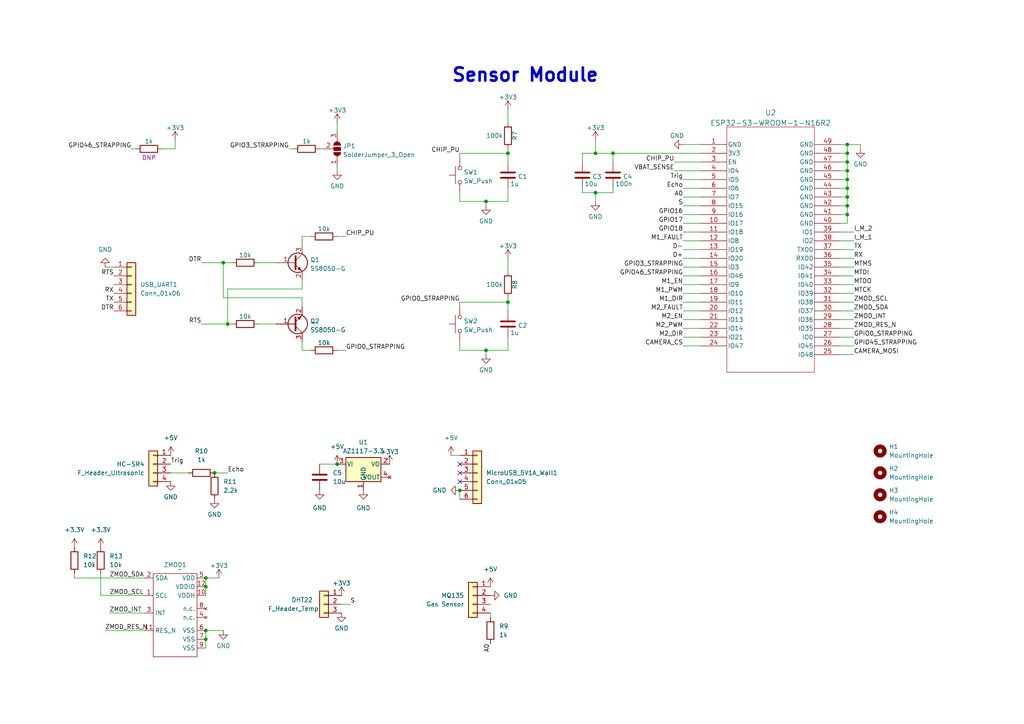
<source format=kicad_sch>
(kicad_sch (version 20230121) (generator eeschema)

  (uuid 668738a4-4fba-4c81-8219-00fa4ae32623)

  (paper "A4")

  (lib_symbols
    (symbol "Connector_Generic:Conn_01x03" (pin_names (offset 1.016) hide) (in_bom yes) (on_board yes)
      (property "Reference" "J" (at 0 5.08 0)
        (effects (font (size 1.27 1.27)))
      )
      (property "Value" "Conn_01x03" (at 0 -5.08 0)
        (effects (font (size 1.27 1.27)))
      )
      (property "Footprint" "" (at 0 0 0)
        (effects (font (size 1.27 1.27)) hide)
      )
      (property "Datasheet" "~" (at 0 0 0)
        (effects (font (size 1.27 1.27)) hide)
      )
      (property "ki_keywords" "connector" (at 0 0 0)
        (effects (font (size 1.27 1.27)) hide)
      )
      (property "ki_description" "Generic connector, single row, 01x03, script generated (kicad-library-utils/schlib/autogen/connector/)" (at 0 0 0)
        (effects (font (size 1.27 1.27)) hide)
      )
      (property "ki_fp_filters" "Connector*:*_1x??_*" (at 0 0 0)
        (effects (font (size 1.27 1.27)) hide)
      )
      (symbol "Conn_01x03_1_1"
        (rectangle (start -1.27 -2.413) (end 0 -2.667)
          (stroke (width 0.1524) (type default))
          (fill (type none))
        )
        (rectangle (start -1.27 0.127) (end 0 -0.127)
          (stroke (width 0.1524) (type default))
          (fill (type none))
        )
        (rectangle (start -1.27 2.667) (end 0 2.413)
          (stroke (width 0.1524) (type default))
          (fill (type none))
        )
        (rectangle (start -1.27 3.81) (end 1.27 -3.81)
          (stroke (width 0.254) (type default))
          (fill (type background))
        )
        (pin passive line (at -5.08 2.54 0) (length 3.81)
          (name "Pin_1" (effects (font (size 1.27 1.27))))
          (number "1" (effects (font (size 1.27 1.27))))
        )
        (pin passive line (at -5.08 0 0) (length 3.81)
          (name "Pin_2" (effects (font (size 1.27 1.27))))
          (number "2" (effects (font (size 1.27 1.27))))
        )
        (pin passive line (at -5.08 -2.54 0) (length 3.81)
          (name "Pin_3" (effects (font (size 1.27 1.27))))
          (number "3" (effects (font (size 1.27 1.27))))
        )
      )
    )
    (symbol "Connector_Generic:Conn_01x04" (pin_names (offset 1.016) hide) (in_bom yes) (on_board yes)
      (property "Reference" "J" (at 0 5.08 0)
        (effects (font (size 1.27 1.27)))
      )
      (property "Value" "Conn_01x04" (at 0 -7.62 0)
        (effects (font (size 1.27 1.27)))
      )
      (property "Footprint" "" (at 0 0 0)
        (effects (font (size 1.27 1.27)) hide)
      )
      (property "Datasheet" "~" (at 0 0 0)
        (effects (font (size 1.27 1.27)) hide)
      )
      (property "ki_keywords" "connector" (at 0 0 0)
        (effects (font (size 1.27 1.27)) hide)
      )
      (property "ki_description" "Generic connector, single row, 01x04, script generated (kicad-library-utils/schlib/autogen/connector/)" (at 0 0 0)
        (effects (font (size 1.27 1.27)) hide)
      )
      (property "ki_fp_filters" "Connector*:*_1x??_*" (at 0 0 0)
        (effects (font (size 1.27 1.27)) hide)
      )
      (symbol "Conn_01x04_1_1"
        (rectangle (start -1.27 -4.953) (end 0 -5.207)
          (stroke (width 0.1524) (type default))
          (fill (type none))
        )
        (rectangle (start -1.27 -2.413) (end 0 -2.667)
          (stroke (width 0.1524) (type default))
          (fill (type none))
        )
        (rectangle (start -1.27 0.127) (end 0 -0.127)
          (stroke (width 0.1524) (type default))
          (fill (type none))
        )
        (rectangle (start -1.27 2.667) (end 0 2.413)
          (stroke (width 0.1524) (type default))
          (fill (type none))
        )
        (rectangle (start -1.27 3.81) (end 1.27 -6.35)
          (stroke (width 0.254) (type default))
          (fill (type background))
        )
        (pin passive line (at -5.08 2.54 0) (length 3.81)
          (name "Pin_1" (effects (font (size 1.27 1.27))))
          (number "1" (effects (font (size 1.27 1.27))))
        )
        (pin passive line (at -5.08 0 0) (length 3.81)
          (name "Pin_2" (effects (font (size 1.27 1.27))))
          (number "2" (effects (font (size 1.27 1.27))))
        )
        (pin passive line (at -5.08 -2.54 0) (length 3.81)
          (name "Pin_3" (effects (font (size 1.27 1.27))))
          (number "3" (effects (font (size 1.27 1.27))))
        )
        (pin passive line (at -5.08 -5.08 0) (length 3.81)
          (name "Pin_4" (effects (font (size 1.27 1.27))))
          (number "4" (effects (font (size 1.27 1.27))))
        )
      )
    )
    (symbol "Connector_Generic:Conn_01x06" (pin_names (offset 1.016) hide) (in_bom yes) (on_board yes)
      (property "Reference" "J" (at 0 7.62 0)
        (effects (font (size 1.27 1.27)))
      )
      (property "Value" "Conn_01x06" (at 0 -10.16 0)
        (effects (font (size 1.27 1.27)))
      )
      (property "Footprint" "" (at 0 0 0)
        (effects (font (size 1.27 1.27)) hide)
      )
      (property "Datasheet" "~" (at 0 0 0)
        (effects (font (size 1.27 1.27)) hide)
      )
      (property "ki_keywords" "connector" (at 0 0 0)
        (effects (font (size 1.27 1.27)) hide)
      )
      (property "ki_description" "Generic connector, single row, 01x06, script generated (kicad-library-utils/schlib/autogen/connector/)" (at 0 0 0)
        (effects (font (size 1.27 1.27)) hide)
      )
      (property "ki_fp_filters" "Connector*:*_1x??_*" (at 0 0 0)
        (effects (font (size 1.27 1.27)) hide)
      )
      (symbol "Conn_01x06_1_1"
        (rectangle (start -1.27 -7.493) (end 0 -7.747)
          (stroke (width 0.1524) (type default))
          (fill (type none))
        )
        (rectangle (start -1.27 -4.953) (end 0 -5.207)
          (stroke (width 0.1524) (type default))
          (fill (type none))
        )
        (rectangle (start -1.27 -2.413) (end 0 -2.667)
          (stroke (width 0.1524) (type default))
          (fill (type none))
        )
        (rectangle (start -1.27 0.127) (end 0 -0.127)
          (stroke (width 0.1524) (type default))
          (fill (type none))
        )
        (rectangle (start -1.27 2.667) (end 0 2.413)
          (stroke (width 0.1524) (type default))
          (fill (type none))
        )
        (rectangle (start -1.27 5.207) (end 0 4.953)
          (stroke (width 0.1524) (type default))
          (fill (type none))
        )
        (rectangle (start -1.27 6.35) (end 1.27 -8.89)
          (stroke (width 0.254) (type default))
          (fill (type background))
        )
        (pin passive line (at -5.08 5.08 0) (length 3.81)
          (name "Pin_1" (effects (font (size 1.27 1.27))))
          (number "1" (effects (font (size 1.27 1.27))))
        )
        (pin passive line (at -5.08 2.54 0) (length 3.81)
          (name "Pin_2" (effects (font (size 1.27 1.27))))
          (number "2" (effects (font (size 1.27 1.27))))
        )
        (pin passive line (at -5.08 0 0) (length 3.81)
          (name "Pin_3" (effects (font (size 1.27 1.27))))
          (number "3" (effects (font (size 1.27 1.27))))
        )
        (pin passive line (at -5.08 -2.54 0) (length 3.81)
          (name "Pin_4" (effects (font (size 1.27 1.27))))
          (number "4" (effects (font (size 1.27 1.27))))
        )
        (pin passive line (at -5.08 -5.08 0) (length 3.81)
          (name "Pin_5" (effects (font (size 1.27 1.27))))
          (number "5" (effects (font (size 1.27 1.27))))
        )
        (pin passive line (at -5.08 -7.62 0) (length 3.81)
          (name "Pin_6" (effects (font (size 1.27 1.27))))
          (number "6" (effects (font (size 1.27 1.27))))
        )
      )
    )
    (symbol "Device:C" (pin_numbers hide) (pin_names (offset 0.254)) (in_bom yes) (on_board yes)
      (property "Reference" "C" (at 0.635 2.54 0)
        (effects (font (size 1.27 1.27)) (justify left))
      )
      (property "Value" "C" (at 0.635 -2.54 0)
        (effects (font (size 1.27 1.27)) (justify left))
      )
      (property "Footprint" "" (at 0.9652 -3.81 0)
        (effects (font (size 1.27 1.27)) hide)
      )
      (property "Datasheet" "~" (at 0 0 0)
        (effects (font (size 1.27 1.27)) hide)
      )
      (property "ki_keywords" "cap capacitor" (at 0 0 0)
        (effects (font (size 1.27 1.27)) hide)
      )
      (property "ki_description" "Unpolarized capacitor" (at 0 0 0)
        (effects (font (size 1.27 1.27)) hide)
      )
      (property "ki_fp_filters" "C_*" (at 0 0 0)
        (effects (font (size 1.27 1.27)) hide)
      )
      (symbol "C_0_1"
        (polyline
          (pts
            (xy -2.032 -0.762)
            (xy 2.032 -0.762)
          )
          (stroke (width 0.508) (type default))
          (fill (type none))
        )
        (polyline
          (pts
            (xy -2.032 0.762)
            (xy 2.032 0.762)
          )
          (stroke (width 0.508) (type default))
          (fill (type none))
        )
      )
      (symbol "C_1_1"
        (pin passive line (at 0 3.81 270) (length 2.794)
          (name "~" (effects (font (size 1.27 1.27))))
          (number "1" (effects (font (size 1.27 1.27))))
        )
        (pin passive line (at 0 -3.81 90) (length 2.794)
          (name "~" (effects (font (size 1.27 1.27))))
          (number "2" (effects (font (size 1.27 1.27))))
        )
      )
    )
    (symbol "Device:Q_NPN_BEC" (pin_names (offset 0) hide) (in_bom yes) (on_board yes)
      (property "Reference" "Q" (at 5.08 1.27 0)
        (effects (font (size 1.27 1.27)) (justify left))
      )
      (property "Value" "Q_NPN_BEC" (at 5.08 -1.27 0)
        (effects (font (size 1.27 1.27)) (justify left))
      )
      (property "Footprint" "" (at 5.08 2.54 0)
        (effects (font (size 1.27 1.27)) hide)
      )
      (property "Datasheet" "~" (at 0 0 0)
        (effects (font (size 1.27 1.27)) hide)
      )
      (property "ki_keywords" "transistor NPN" (at 0 0 0)
        (effects (font (size 1.27 1.27)) hide)
      )
      (property "ki_description" "NPN transistor, base/emitter/collector" (at 0 0 0)
        (effects (font (size 1.27 1.27)) hide)
      )
      (symbol "Q_NPN_BEC_0_1"
        (polyline
          (pts
            (xy 0.635 0.635)
            (xy 2.54 2.54)
          )
          (stroke (width 0) (type default))
          (fill (type none))
        )
        (polyline
          (pts
            (xy 0.635 -0.635)
            (xy 2.54 -2.54)
            (xy 2.54 -2.54)
          )
          (stroke (width 0) (type default))
          (fill (type none))
        )
        (polyline
          (pts
            (xy 0.635 1.905)
            (xy 0.635 -1.905)
            (xy 0.635 -1.905)
          )
          (stroke (width 0.508) (type default))
          (fill (type none))
        )
        (polyline
          (pts
            (xy 1.27 -1.778)
            (xy 1.778 -1.27)
            (xy 2.286 -2.286)
            (xy 1.27 -1.778)
            (xy 1.27 -1.778)
          )
          (stroke (width 0) (type default))
          (fill (type outline))
        )
        (circle (center 1.27 0) (radius 2.8194)
          (stroke (width 0.254) (type default))
          (fill (type none))
        )
      )
      (symbol "Q_NPN_BEC_1_1"
        (pin input line (at -5.08 0 0) (length 5.715)
          (name "B" (effects (font (size 1.27 1.27))))
          (number "1" (effects (font (size 1.27 1.27))))
        )
        (pin passive line (at 2.54 -5.08 90) (length 2.54)
          (name "E" (effects (font (size 1.27 1.27))))
          (number "2" (effects (font (size 1.27 1.27))))
        )
        (pin passive line (at 2.54 5.08 270) (length 2.54)
          (name "C" (effects (font (size 1.27 1.27))))
          (number "3" (effects (font (size 1.27 1.27))))
        )
      )
    )
    (symbol "Device:R" (pin_numbers hide) (pin_names (offset 0)) (in_bom yes) (on_board yes)
      (property "Reference" "R" (at 2.032 0 90)
        (effects (font (size 1.27 1.27)))
      )
      (property "Value" "R" (at 0 0 90)
        (effects (font (size 1.27 1.27)))
      )
      (property "Footprint" "" (at -1.778 0 90)
        (effects (font (size 1.27 1.27)) hide)
      )
      (property "Datasheet" "~" (at 0 0 0)
        (effects (font (size 1.27 1.27)) hide)
      )
      (property "ki_keywords" "R res resistor" (at 0 0 0)
        (effects (font (size 1.27 1.27)) hide)
      )
      (property "ki_description" "Resistor" (at 0 0 0)
        (effects (font (size 1.27 1.27)) hide)
      )
      (property "ki_fp_filters" "R_*" (at 0 0 0)
        (effects (font (size 1.27 1.27)) hide)
      )
      (symbol "R_0_1"
        (rectangle (start -1.016 -2.54) (end 1.016 2.54)
          (stroke (width 0.254) (type default))
          (fill (type none))
        )
      )
      (symbol "R_1_1"
        (pin passive line (at 0 3.81 270) (length 1.27)
          (name "~" (effects (font (size 1.27 1.27))))
          (number "1" (effects (font (size 1.27 1.27))))
        )
        (pin passive line (at 0 -3.81 90) (length 1.27)
          (name "~" (effects (font (size 1.27 1.27))))
          (number "2" (effects (font (size 1.27 1.27))))
        )
      )
    )
    (symbol "GND_1" (power) (pin_names (offset 0)) (in_bom yes) (on_board yes)
      (property "Reference" "#PWR" (at 0 -6.35 0)
        (effects (font (size 1.27 1.27)) hide)
      )
      (property "Value" "GND_1" (at 0 -3.81 0)
        (effects (font (size 1.27 1.27)))
      )
      (property "Footprint" "" (at 0 0 0)
        (effects (font (size 1.27 1.27)) hide)
      )
      (property "Datasheet" "" (at 0 0 0)
        (effects (font (size 1.27 1.27)) hide)
      )
      (property "ki_keywords" "global power" (at 0 0 0)
        (effects (font (size 1.27 1.27)) hide)
      )
      (property "ki_description" "Power symbol creates a global label with name \"GND\" , ground" (at 0 0 0)
        (effects (font (size 1.27 1.27)) hide)
      )
      (symbol "GND_1_0_1"
        (polyline
          (pts
            (xy 0 0)
            (xy 0 -1.27)
            (xy 1.27 -1.27)
            (xy 0 -2.54)
            (xy -1.27 -1.27)
            (xy 0 -1.27)
          )
          (stroke (width 0) (type default))
          (fill (type none))
        )
      )
      (symbol "GND_1_1_1"
        (pin power_in line (at 0 0 270) (length 0) hide
          (name "GND" (effects (font (size 1.27 1.27))))
          (number "1" (effects (font (size 1.27 1.27))))
        )
      )
    )
    (symbol "GND_2" (power) (pin_names (offset 0)) (in_bom yes) (on_board yes)
      (property "Reference" "#PWR" (at 0 -6.35 0)
        (effects (font (size 1.27 1.27)) hide)
      )
      (property "Value" "GND_2" (at 0 -3.81 0)
        (effects (font (size 1.27 1.27)))
      )
      (property "Footprint" "" (at 0 0 0)
        (effects (font (size 1.27 1.27)) hide)
      )
      (property "Datasheet" "" (at 0 0 0)
        (effects (font (size 1.27 1.27)) hide)
      )
      (property "ki_keywords" "global power" (at 0 0 0)
        (effects (font (size 1.27 1.27)) hide)
      )
      (property "ki_description" "Power symbol creates a global label with name \"GND\" , ground" (at 0 0 0)
        (effects (font (size 1.27 1.27)) hide)
      )
      (symbol "GND_2_0_1"
        (polyline
          (pts
            (xy 0 0)
            (xy 0 -1.27)
            (xy 1.27 -1.27)
            (xy 0 -2.54)
            (xy -1.27 -1.27)
            (xy 0 -1.27)
          )
          (stroke (width 0) (type default))
          (fill (type none))
        )
      )
      (symbol "GND_2_1_1"
        (pin power_in line (at 0 0 270) (length 0) hide
          (name "GND" (effects (font (size 1.27 1.27))))
          (number "1" (effects (font (size 1.27 1.27))))
        )
      )
    )
    (symbol "Jumper:SolderJumper_3_Open" (pin_names (offset 0) hide) (in_bom yes) (on_board yes)
      (property "Reference" "JP" (at -2.54 -2.54 0)
        (effects (font (size 1.27 1.27)))
      )
      (property "Value" "SolderJumper_3_Open" (at 0 2.794 0)
        (effects (font (size 1.27 1.27)))
      )
      (property "Footprint" "" (at 0 0 0)
        (effects (font (size 1.27 1.27)) hide)
      )
      (property "Datasheet" "~" (at 0 0 0)
        (effects (font (size 1.27 1.27)) hide)
      )
      (property "ki_keywords" "Solder Jumper SPDT" (at 0 0 0)
        (effects (font (size 1.27 1.27)) hide)
      )
      (property "ki_description" "Solder Jumper, 3-pole, open" (at 0 0 0)
        (effects (font (size 1.27 1.27)) hide)
      )
      (property "ki_fp_filters" "SolderJumper*Open*" (at 0 0 0)
        (effects (font (size 1.27 1.27)) hide)
      )
      (symbol "SolderJumper_3_Open_0_1"
        (arc (start -1.016 1.016) (mid -2.0276 0) (end -1.016 -1.016)
          (stroke (width 0) (type default))
          (fill (type none))
        )
        (arc (start -1.016 1.016) (mid -2.0276 0) (end -1.016 -1.016)
          (stroke (width 0) (type default))
          (fill (type outline))
        )
        (rectangle (start -0.508 1.016) (end 0.508 -1.016)
          (stroke (width 0) (type default))
          (fill (type outline))
        )
        (polyline
          (pts
            (xy -2.54 0)
            (xy -2.032 0)
          )
          (stroke (width 0) (type default))
          (fill (type none))
        )
        (polyline
          (pts
            (xy -1.016 1.016)
            (xy -1.016 -1.016)
          )
          (stroke (width 0) (type default))
          (fill (type none))
        )
        (polyline
          (pts
            (xy 0 -1.27)
            (xy 0 -1.016)
          )
          (stroke (width 0) (type default))
          (fill (type none))
        )
        (polyline
          (pts
            (xy 1.016 1.016)
            (xy 1.016 -1.016)
          )
          (stroke (width 0) (type default))
          (fill (type none))
        )
        (polyline
          (pts
            (xy 2.54 0)
            (xy 2.032 0)
          )
          (stroke (width 0) (type default))
          (fill (type none))
        )
        (arc (start 1.016 -1.016) (mid 2.0276 0) (end 1.016 1.016)
          (stroke (width 0) (type default))
          (fill (type none))
        )
        (arc (start 1.016 -1.016) (mid 2.0276 0) (end 1.016 1.016)
          (stroke (width 0) (type default))
          (fill (type outline))
        )
      )
      (symbol "SolderJumper_3_Open_1_1"
        (pin passive line (at -5.08 0 0) (length 2.54)
          (name "A" (effects (font (size 1.27 1.27))))
          (number "1" (effects (font (size 1.27 1.27))))
        )
        (pin passive line (at 0 -3.81 90) (length 2.54)
          (name "C" (effects (font (size 1.27 1.27))))
          (number "2" (effects (font (size 1.27 1.27))))
        )
        (pin passive line (at 5.08 0 180) (length 2.54)
          (name "B" (effects (font (size 1.27 1.27))))
          (number "3" (effects (font (size 1.27 1.27))))
        )
      )
    )
    (symbol "Mechanical:MountingHole" (pin_names (offset 1.016)) (in_bom yes) (on_board yes)
      (property "Reference" "H" (at 0 5.08 0)
        (effects (font (size 1.27 1.27)))
      )
      (property "Value" "MountingHole" (at 0 3.175 0)
        (effects (font (size 1.27 1.27)))
      )
      (property "Footprint" "" (at 0 0 0)
        (effects (font (size 1.27 1.27)) hide)
      )
      (property "Datasheet" "~" (at 0 0 0)
        (effects (font (size 1.27 1.27)) hide)
      )
      (property "ki_keywords" "mounting hole" (at 0 0 0)
        (effects (font (size 1.27 1.27)) hide)
      )
      (property "ki_description" "Mounting Hole without connection" (at 0 0 0)
        (effects (font (size 1.27 1.27)) hide)
      )
      (property "ki_fp_filters" "MountingHole*" (at 0 0 0)
        (effects (font (size 1.27 1.27)) hide)
      )
      (symbol "MountingHole_0_1"
        (circle (center 0 0) (radius 1.27)
          (stroke (width 1.27) (type default))
          (fill (type none))
        )
      )
    )
    (symbol "Regulator_Linear:AZ1117-3.3" (pin_names (offset 0.254)) (in_bom yes) (on_board yes)
      (property "Reference" "U1" (at 0 6.35 0)
        (effects (font (size 1.27 1.27)))
      )
      (property "Value" "AZ1117-3.3" (at 0 3.81 0)
        (effects (font (size 1.27 1.27)))
      )
      (property "Footprint" "local_footprints:AZ1117C-SOT223" (at 0 6.35 0)
        (effects (font (size 1.27 1.27) italic) hide)
      )
      (property "Datasheet" "https://www.diodes.com/assets/Datasheets/AZ1117.pdf" (at 0 0 0)
        (effects (font (size 1.27 1.27)) hide)
      )
      (property "ki_keywords" "Fixed Voltage Regulator 1A Positive LDO" (at 0 0 0)
        (effects (font (size 1.27 1.27)) hide)
      )
      (property "ki_description" "1A 20V Fixed LDO Linear Regulator, 3.3V, SOT-89/SOT-223/TO-220/TO-252/TO-263" (at 0 0 0)
        (effects (font (size 1.27 1.27)) hide)
      )
      (property "ki_fp_filters" "SOT?223* SOT?89* TO?220* TO?252* TO?263*" (at 0 0 0)
        (effects (font (size 1.27 1.27)) hide)
      )
      (symbol "AZ1117-3.3_0_1"
        (rectangle (start -5.08 1.905) (end 5.08 -5.08)
          (stroke (width 0.254) (type default))
          (fill (type background))
        )
      )
      (symbol "AZ1117-3.3_1_1"
        (pin power_in line (at 0 -7.62 90) (length 2.54)
          (name "GND" (effects (font (size 1.27 1.27))))
          (number "1" (effects (font (size 1.27 1.27))))
        )
        (pin power_out line (at 7.62 0 180) (length 2.54)
          (name "VO" (effects (font (size 1.27 1.27))))
          (number "2" (effects (font (size 1.27 1.27))))
        )
        (pin power_in line (at -7.62 0 0) (length 2.54)
          (name "VI" (effects (font (size 1.27 1.27))))
          (number "3" (effects (font (size 1.27 1.27))))
        )
        (pin no_connect line (at 7.62 -3.81 180) (length 2.54)
          (name "VOUT" (effects (font (size 1.27 1.27))))
          (number "4" (effects (font (size 1.27 1.27))))
        )
      )
    )
    (symbol "Sensor_Gas:ZMOD4410" (in_bom yes) (on_board yes)
      (property "Reference" "ZMOD1" (at -1.27 1.27 0)
        (effects (font (size 1.27 1.27)))
      )
      (property "Value" "~" (at 0 0 0)
        (effects (font (size 1.27 1.27)))
      )
      (property "Footprint" "local_footprints:ZMOD4410" (at 0 0 0)
        (effects (font (size 1.27 1.27)) hide)
      )
      (property "Datasheet" "" (at 0 0 0)
        (effects (font (size 1.27 1.27)) hide)
      )
      (symbol "ZMOD4410_0_1"
        (rectangle (start -7.62 -1.27) (end 5.08 -25.4)
          (stroke (width 0) (type default))
          (fill (type none))
        )
      )
      (symbol "ZMOD4410_1_1"
        (pin input line (at -10.16 -7.62 0) (length 2.54)
          (name "SCL" (effects (font (size 1.27 1.27))))
          (number "1" (effects (font (size 1.27 1.27))))
        )
        (pin power_in line (at 7.62 -7.62 180) (length 2.54)
          (name "VDDH" (effects (font (size 1.27 1.27))))
          (number "10" (effects (font (size 1.27 1.27))))
        )
        (pin input line (at -10.16 -17.78 0) (length 2.54)
          (name "RES_N" (effects (font (size 1.27 1.27))))
          (number "11" (effects (font (size 1.27 1.27))))
        )
        (pin power_in line (at 7.62 -5.08 180) (length 2.54)
          (name "VDDIO" (effects (font (size 1.27 1.27))))
          (number "12" (effects (font (size 1.27 1.27))))
        )
        (pin bidirectional line (at -10.16 -2.54 0) (length 2.54)
          (name "SDA" (effects (font (size 1.27 1.27))))
          (number "2" (effects (font (size 1.27 1.27))))
        )
        (pin input line (at -10.16 -12.7 0) (length 2.54)
          (name "INT" (effects (font (size 1.27 1.27))))
          (number "3" (effects (font (size 1.27 1.27))))
        )
        (pin no_connect line (at 7.62 -13.97 180) (length 2.54)
          (name "n.c." (effects (font (size 1.27 1.27))))
          (number "4" (effects (font (size 1.27 1.27))))
        )
        (pin power_in line (at 7.62 -2.54 180) (length 2.54)
          (name "VDD" (effects (font (size 1.27 1.27))))
          (number "5" (effects (font (size 1.27 1.27))))
        )
        (pin power_out line (at 7.62 -17.78 180) (length 2.54)
          (name "VSS" (effects (font (size 1.27 1.27))))
          (number "6" (effects (font (size 1.27 1.27))))
        )
        (pin power_out line (at 7.62 -20.32 180) (length 2.54)
          (name "VSS" (effects (font (size 1.27 1.27))))
          (number "7" (effects (font (size 1.27 1.27))))
        )
        (pin no_connect line (at 7.62 -11.43 180) (length 2.54)
          (name "n.c." (effects (font (size 1.27 1.27))))
          (number "8" (effects (font (size 1.27 1.27))))
        )
        (pin power_out line (at 7.62 -22.86 180) (length 2.54)
          (name "VSS" (effects (font (size 1.27 1.27))))
          (number "9" (effects (font (size 1.27 1.27))))
        )
      )
    )
    (symbol "Switch:SW_Push" (pin_numbers hide) (pin_names (offset 1.016) hide) (in_bom yes) (on_board yes)
      (property "Reference" "SW" (at 1.27 2.54 0)
        (effects (font (size 1.27 1.27)) (justify left))
      )
      (property "Value" "SW_Push" (at 0 -1.524 0)
        (effects (font (size 1.27 1.27)))
      )
      (property "Footprint" "" (at 0 5.08 0)
        (effects (font (size 1.27 1.27)) hide)
      )
      (property "Datasheet" "~" (at 0 5.08 0)
        (effects (font (size 1.27 1.27)) hide)
      )
      (property "ki_keywords" "switch normally-open pushbutton push-button" (at 0 0 0)
        (effects (font (size 1.27 1.27)) hide)
      )
      (property "ki_description" "Push button switch, generic, two pins" (at 0 0 0)
        (effects (font (size 1.27 1.27)) hide)
      )
      (symbol "SW_Push_0_1"
        (circle (center -2.032 0) (radius 0.508)
          (stroke (width 0) (type default))
          (fill (type none))
        )
        (polyline
          (pts
            (xy 0 1.27)
            (xy 0 3.048)
          )
          (stroke (width 0) (type default))
          (fill (type none))
        )
        (polyline
          (pts
            (xy 2.54 1.27)
            (xy -2.54 1.27)
          )
          (stroke (width 0) (type default))
          (fill (type none))
        )
        (circle (center 2.032 0) (radius 0.508)
          (stroke (width 0) (type default))
          (fill (type none))
        )
        (pin passive line (at -5.08 0 0) (length 2.54)
          (name "1" (effects (font (size 1.27 1.27))))
          (number "1" (effects (font (size 1.27 1.27))))
        )
        (pin passive line (at 5.08 0 180) (length 2.54)
          (name "2" (effects (font (size 1.27 1.27))))
          (number "2" (effects (font (size 1.27 1.27))))
        )
      )
    )
    (symbol "basic:C" (pin_numbers hide) (pin_names (offset 0.254)) (in_bom yes) (on_board yes)
      (property "Reference" "C" (at 0.635 2.54 0)
        (effects (font (size 1.27 1.27)) (justify left))
      )
      (property "Value" "C" (at 0.635 -2.54 0)
        (effects (font (size 1.27 1.27)) (justify left) hide)
      )
      (property "Footprint" "" (at 0.9652 -3.81 0)
        (effects (font (size 1.27 1.27)) hide)
      )
      (property "Datasheet" "~" (at 0 0 0)
        (effects (font (size 1.27 1.27)) hide)
      )
      (property "ki_keywords" "cap capacitor" (at 0 0 0)
        (effects (font (size 1.27 1.27)) hide)
      )
      (property "ki_description" "Unpolarized capacitor" (at 0 0 0)
        (effects (font (size 1.27 1.27)) hide)
      )
      (property "ki_fp_filters" "C_*" (at 0 0 0)
        (effects (font (size 1.27 1.27)) hide)
      )
      (symbol "C_0_1"
        (polyline
          (pts
            (xy -2.032 -0.762)
            (xy 2.032 -0.762)
          )
          (stroke (width 0.508) (type default))
          (fill (type none))
        )
        (polyline
          (pts
            (xy -2.032 0.762)
            (xy 2.032 0.762)
          )
          (stroke (width 0.508) (type default))
          (fill (type none))
        )
      )
      (symbol "C_1_1"
        (pin passive line (at 0 3.81 270) (length 2.794)
          (name "~" (effects (font (size 1.27 1.27))))
          (number "1" (effects (font (size 1.27 1.27))))
        )
        (pin passive line (at 0 -3.81 90) (length 2.794)
          (name "~" (effects (font (size 1.27 1.27))))
          (number "2" (effects (font (size 1.27 1.27))))
        )
      )
    )
    (symbol "basic:R" (pin_numbers hide) (pin_names (offset 0)) (in_bom yes) (on_board yes)
      (property "Reference" "R" (at 2.032 0 90)
        (effects (font (size 1.27 1.27)) hide)
      )
      (property "Value" "R" (at 0 0 90)
        (effects (font (size 1.27 1.27)))
      )
      (property "Footprint" "" (at -1.778 0 90)
        (effects (font (size 1.27 1.27)) hide)
      )
      (property "Datasheet" "~" (at 0 0 0)
        (effects (font (size 1.27 1.27)) hide)
      )
      (property "ki_keywords" "R res resistor" (at 0 0 0)
        (effects (font (size 1.27 1.27)) hide)
      )
      (property "ki_description" "Resistor" (at 0 0 0)
        (effects (font (size 1.27 1.27)) hide)
      )
      (property "ki_fp_filters" "R_*" (at 0 0 0)
        (effects (font (size 1.27 1.27)) hide)
      )
      (symbol "R_0_1"
        (rectangle (start -1.016 -2.54) (end 1.016 2.54)
          (stroke (width 0.254) (type default))
          (fill (type none))
        )
      )
      (symbol "R_1_1"
        (pin passive line (at 0 3.81 270) (length 1.27)
          (name "~" (effects (font (size 1.27 1.27))))
          (number "1" (effects (font (size 1.27 1.27))))
        )
        (pin passive line (at 0 -3.81 90) (length 1.27)
          (name "~" (effects (font (size 1.27 1.27))))
          (number "2" (effects (font (size 1.27 1.27))))
        )
      )
    )
    (symbol "local_symbols:ESP32-S3-WROOM-1-N16R2" (pin_names (offset 0.254)) (in_bom yes) (on_board yes)
      (property "Reference" "U" (at 20.32 10.16 0)
        (effects (font (size 1.524 1.524)))
      )
      (property "Value" "ESP32-S3-WROOM-1-N16R2" (at 20.32 7.62 0)
        (effects (font (size 1.524 1.524)))
      )
      (property "Footprint" "ESP32-S3-WROOM-1_EXP" (at 0 0 0)
        (effects (font (size 1.27 1.27) italic) hide)
      )
      (property "Datasheet" "ESP32-S3-WROOM-1-N16R2" (at 0 0 0)
        (effects (font (size 1.27 1.27) italic) hide)
      )
      (property "ki_locked" "" (at 0 0 0)
        (effects (font (size 1.27 1.27)))
      )
      (property "ki_keywords" "ESP32-S3-WROOM-1-N16R2" (at 0 0 0)
        (effects (font (size 1.27 1.27)) hide)
      )
      (property "ki_fp_filters" "ESP32-S3-WROOM-1_EXP" (at 0 0 0)
        (effects (font (size 1.27 1.27)) hide)
      )
      (symbol "ESP32-S3-WROOM-1-N16R2_0_1"
        (polyline
          (pts
            (xy 7.62 -66.04)
            (xy 33.02 -66.04)
          )
          (stroke (width 0.127) (type default))
          (fill (type none))
        )
        (polyline
          (pts
            (xy 7.62 5.08)
            (xy 7.62 -66.04)
          )
          (stroke (width 0.127) (type default))
          (fill (type none))
        )
        (polyline
          (pts
            (xy 33.02 -66.04)
            (xy 33.02 5.08)
          )
          (stroke (width 0.127) (type default))
          (fill (type none))
        )
        (polyline
          (pts
            (xy 33.02 5.08)
            (xy 7.62 5.08)
          )
          (stroke (width 0.127) (type default))
          (fill (type none))
        )
        (pin power_out line (at 0 0 0) (length 7.62)
          (name "GND" (effects (font (size 1.27 1.27))))
          (number "1" (effects (font (size 1.27 1.27))))
        )
        (pin bidirectional line (at 0 -22.86 0) (length 7.62)
          (name "IO17" (effects (font (size 1.27 1.27))))
          (number "10" (effects (font (size 1.27 1.27))))
        )
        (pin bidirectional line (at 0 -25.4 0) (length 7.62)
          (name "IO18" (effects (font (size 1.27 1.27))))
          (number "11" (effects (font (size 1.27 1.27))))
        )
        (pin bidirectional line (at 0 -27.94 0) (length 7.62)
          (name "IO8" (effects (font (size 1.27 1.27))))
          (number "12" (effects (font (size 1.27 1.27))))
        )
        (pin bidirectional line (at 0 -30.48 0) (length 7.62)
          (name "IO19" (effects (font (size 1.27 1.27))))
          (number "13" (effects (font (size 1.27 1.27))))
        )
        (pin bidirectional line (at 0 -33.02 0) (length 7.62)
          (name "IO20" (effects (font (size 1.27 1.27))))
          (number "14" (effects (font (size 1.27 1.27))))
        )
        (pin bidirectional line (at 0 -35.56 0) (length 7.62)
          (name "IO3" (effects (font (size 1.27 1.27))))
          (number "15" (effects (font (size 1.27 1.27))))
        )
        (pin bidirectional line (at 0 -38.1 0) (length 7.62)
          (name "IO46" (effects (font (size 1.27 1.27))))
          (number "16" (effects (font (size 1.27 1.27))))
        )
        (pin bidirectional line (at 0 -40.64 0) (length 7.62)
          (name "IO9" (effects (font (size 1.27 1.27))))
          (number "17" (effects (font (size 1.27 1.27))))
        )
        (pin bidirectional line (at 0 -43.18 0) (length 7.62)
          (name "IO10" (effects (font (size 1.27 1.27))))
          (number "18" (effects (font (size 1.27 1.27))))
        )
        (pin bidirectional line (at 0 -45.72 0) (length 7.62)
          (name "IO11" (effects (font (size 1.27 1.27))))
          (number "19" (effects (font (size 1.27 1.27))))
        )
        (pin power_in line (at 0 -2.54 0) (length 7.62)
          (name "3V3" (effects (font (size 1.27 1.27))))
          (number "2" (effects (font (size 1.27 1.27))))
        )
        (pin bidirectional line (at 0 -48.26 0) (length 7.62)
          (name "IO12" (effects (font (size 1.27 1.27))))
          (number "20" (effects (font (size 1.27 1.27))))
        )
        (pin bidirectional line (at 0 -50.8 0) (length 7.62)
          (name "IO13" (effects (font (size 1.27 1.27))))
          (number "21" (effects (font (size 1.27 1.27))))
        )
        (pin bidirectional line (at 0 -53.34 0) (length 7.62)
          (name "IO14" (effects (font (size 1.27 1.27))))
          (number "22" (effects (font (size 1.27 1.27))))
        )
        (pin bidirectional line (at 0 -55.88 0) (length 7.62)
          (name "IO21" (effects (font (size 1.27 1.27))))
          (number "23" (effects (font (size 1.27 1.27))))
        )
        (pin bidirectional line (at 0 -58.42 0) (length 7.62)
          (name "IO47" (effects (font (size 1.27 1.27))))
          (number "24" (effects (font (size 1.27 1.27))))
        )
        (pin bidirectional line (at 40.64 -60.96 180) (length 7.62)
          (name "IO48" (effects (font (size 1.27 1.27))))
          (number "25" (effects (font (size 1.27 1.27))))
        )
        (pin bidirectional line (at 40.64 -58.42 180) (length 7.62)
          (name "IO45" (effects (font (size 1.27 1.27))))
          (number "26" (effects (font (size 1.27 1.27))))
        )
        (pin bidirectional line (at 40.64 -55.88 180) (length 7.62)
          (name "IO0" (effects (font (size 1.27 1.27))))
          (number "27" (effects (font (size 1.27 1.27))))
        )
        (pin bidirectional line (at 40.64 -53.34 180) (length 7.62)
          (name "IO35" (effects (font (size 1.27 1.27))))
          (number "28" (effects (font (size 1.27 1.27))))
        )
        (pin bidirectional line (at 40.64 -50.8 180) (length 7.62)
          (name "IO36" (effects (font (size 1.27 1.27))))
          (number "29" (effects (font (size 1.27 1.27))))
        )
        (pin input line (at 0 -5.08 0) (length 7.62)
          (name "EN" (effects (font (size 1.27 1.27))))
          (number "3" (effects (font (size 1.27 1.27))))
        )
        (pin bidirectional line (at 40.64 -48.26 180) (length 7.62)
          (name "IO37" (effects (font (size 1.27 1.27))))
          (number "30" (effects (font (size 1.27 1.27))))
        )
        (pin bidirectional line (at 40.64 -45.72 180) (length 7.62)
          (name "IO38" (effects (font (size 1.27 1.27))))
          (number "31" (effects (font (size 1.27 1.27))))
        )
        (pin bidirectional line (at 40.64 -43.18 180) (length 7.62)
          (name "IO39" (effects (font (size 1.27 1.27))))
          (number "32" (effects (font (size 1.27 1.27))))
        )
        (pin bidirectional line (at 40.64 -40.64 180) (length 7.62)
          (name "IO40" (effects (font (size 1.27 1.27))))
          (number "33" (effects (font (size 1.27 1.27))))
        )
        (pin bidirectional line (at 40.64 -38.1 180) (length 7.62)
          (name "IO41" (effects (font (size 1.27 1.27))))
          (number "34" (effects (font (size 1.27 1.27))))
        )
        (pin bidirectional line (at 40.64 -35.56 180) (length 7.62)
          (name "IO42" (effects (font (size 1.27 1.27))))
          (number "35" (effects (font (size 1.27 1.27))))
        )
        (pin bidirectional line (at 40.64 -33.02 180) (length 7.62)
          (name "RXD0" (effects (font (size 1.27 1.27))))
          (number "36" (effects (font (size 1.27 1.27))))
        )
        (pin bidirectional line (at 40.64 -30.48 180) (length 7.62)
          (name "TXD0" (effects (font (size 1.27 1.27))))
          (number "37" (effects (font (size 1.27 1.27))))
        )
        (pin bidirectional line (at 40.64 -27.94 180) (length 7.62)
          (name "IO2" (effects (font (size 1.27 1.27))))
          (number "38" (effects (font (size 1.27 1.27))))
        )
        (pin bidirectional line (at 40.64 -25.4 180) (length 7.62)
          (name "IO1" (effects (font (size 1.27 1.27))))
          (number "39" (effects (font (size 1.27 1.27))))
        )
        (pin bidirectional line (at 0 -7.62 0) (length 7.62)
          (name "IO4" (effects (font (size 1.27 1.27))))
          (number "4" (effects (font (size 1.27 1.27))))
        )
        (pin power_out line (at 40.64 -22.86 180) (length 7.62)
          (name "GND" (effects (font (size 1.27 1.27))))
          (number "40" (effects (font (size 1.27 1.27))))
        )
        (pin power_out line (at 40.64 -20.32 180) (length 7.62)
          (name "GND" (effects (font (size 1.27 1.27))))
          (number "41" (effects (font (size 1.27 1.27))))
        )
        (pin power_out line (at 40.64 -17.78 180) (length 7.62)
          (name "GND" (effects (font (size 1.27 1.27))))
          (number "42" (effects (font (size 1.27 1.27))))
        )
        (pin power_out line (at 40.64 -15.24 180) (length 7.62)
          (name "GND" (effects (font (size 1.27 1.27))))
          (number "43" (effects (font (size 1.27 1.27))))
        )
        (pin power_out line (at 40.64 -12.7 180) (length 7.62)
          (name "GND" (effects (font (size 1.27 1.27))))
          (number "44" (effects (font (size 1.27 1.27))))
        )
        (pin power_out line (at 40.64 -10.16 180) (length 7.62)
          (name "GND" (effects (font (size 1.27 1.27))))
          (number "45" (effects (font (size 1.27 1.27))))
        )
        (pin power_out line (at 40.64 -7.62 180) (length 7.62)
          (name "GND" (effects (font (size 1.27 1.27))))
          (number "46" (effects (font (size 1.27 1.27))))
        )
        (pin power_out line (at 40.64 -5.08 180) (length 7.62)
          (name "GND" (effects (font (size 1.27 1.27))))
          (number "47" (effects (font (size 1.27 1.27))))
        )
        (pin power_out line (at 40.64 -2.54 180) (length 7.62)
          (name "GND" (effects (font (size 1.27 1.27))))
          (number "48" (effects (font (size 1.27 1.27))))
        )
        (pin power_out line (at 40.64 0 180) (length 7.62)
          (name "GND" (effects (font (size 1.27 1.27))))
          (number "49" (effects (font (size 1.27 1.27))))
        )
        (pin bidirectional line (at 0 -10.16 0) (length 7.62)
          (name "IO5" (effects (font (size 1.27 1.27))))
          (number "5" (effects (font (size 1.27 1.27))))
        )
        (pin bidirectional line (at 0 -12.7 0) (length 7.62)
          (name "IO6" (effects (font (size 1.27 1.27))))
          (number "6" (effects (font (size 1.27 1.27))))
        )
        (pin bidirectional line (at 0 -15.24 0) (length 7.62)
          (name "IO7" (effects (font (size 1.27 1.27))))
          (number "7" (effects (font (size 1.27 1.27))))
        )
        (pin bidirectional line (at 0 -17.78 0) (length 7.62)
          (name "IO15" (effects (font (size 1.27 1.27))))
          (number "8" (effects (font (size 1.27 1.27))))
        )
        (pin bidirectional line (at 0 -20.32 0) (length 7.62)
          (name "IO16" (effects (font (size 1.27 1.27))))
          (number "9" (effects (font (size 1.27 1.27))))
        )
      )
    )
    (symbol "power:+3.3V" (power) (pin_names (offset 0)) (in_bom yes) (on_board yes)
      (property "Reference" "#PWR" (at 0 -3.81 0)
        (effects (font (size 1.27 1.27)) hide)
      )
      (property "Value" "+3.3V" (at 0 3.556 0)
        (effects (font (size 1.27 1.27)))
      )
      (property "Footprint" "" (at 0 0 0)
        (effects (font (size 1.27 1.27)) hide)
      )
      (property "Datasheet" "" (at 0 0 0)
        (effects (font (size 1.27 1.27)) hide)
      )
      (property "ki_keywords" "global power" (at 0 0 0)
        (effects (font (size 1.27 1.27)) hide)
      )
      (property "ki_description" "Power symbol creates a global label with name \"+3.3V\"" (at 0 0 0)
        (effects (font (size 1.27 1.27)) hide)
      )
      (symbol "+3.3V_0_1"
        (polyline
          (pts
            (xy -0.762 1.27)
            (xy 0 2.54)
          )
          (stroke (width 0) (type default))
          (fill (type none))
        )
        (polyline
          (pts
            (xy 0 0)
            (xy 0 2.54)
          )
          (stroke (width 0) (type default))
          (fill (type none))
        )
        (polyline
          (pts
            (xy 0 2.54)
            (xy 0.762 1.27)
          )
          (stroke (width 0) (type default))
          (fill (type none))
        )
      )
      (symbol "+3.3V_1_1"
        (pin power_in line (at 0 0 90) (length 0) hide
          (name "+3.3V" (effects (font (size 1.27 1.27))))
          (number "1" (effects (font (size 1.27 1.27))))
        )
      )
    )
    (symbol "power:+3V3" (power) (pin_names (offset 0)) (in_bom yes) (on_board yes)
      (property "Reference" "#PWR" (at 0 -3.81 0)
        (effects (font (size 1.27 1.27)) hide)
      )
      (property "Value" "+3V3" (at 0 3.556 0)
        (effects (font (size 1.27 1.27)))
      )
      (property "Footprint" "" (at 0 0 0)
        (effects (font (size 1.27 1.27)) hide)
      )
      (property "Datasheet" "" (at 0 0 0)
        (effects (font (size 1.27 1.27)) hide)
      )
      (property "ki_keywords" "power-flag" (at 0 0 0)
        (effects (font (size 1.27 1.27)) hide)
      )
      (property "ki_description" "Power symbol creates a global label with name \"+3V3\"" (at 0 0 0)
        (effects (font (size 1.27 1.27)) hide)
      )
      (symbol "+3V3_0_1"
        (polyline
          (pts
            (xy -0.762 1.27)
            (xy 0 2.54)
          )
          (stroke (width 0) (type default))
          (fill (type none))
        )
        (polyline
          (pts
            (xy 0 0)
            (xy 0 2.54)
          )
          (stroke (width 0) (type default))
          (fill (type none))
        )
        (polyline
          (pts
            (xy 0 2.54)
            (xy 0.762 1.27)
          )
          (stroke (width 0) (type default))
          (fill (type none))
        )
      )
      (symbol "+3V3_1_1"
        (pin power_in line (at 0 0 90) (length 0) hide
          (name "+3V3" (effects (font (size 1.27 1.27))))
          (number "1" (effects (font (size 1.27 1.27))))
        )
      )
    )
    (symbol "power:+5V" (power) (pin_names (offset 0)) (in_bom yes) (on_board yes)
      (property "Reference" "#PWR" (at 0 -3.81 0)
        (effects (font (size 1.27 1.27)) hide)
      )
      (property "Value" "+5V" (at 0 3.556 0)
        (effects (font (size 1.27 1.27)))
      )
      (property "Footprint" "" (at 0 0 0)
        (effects (font (size 1.27 1.27)) hide)
      )
      (property "Datasheet" "" (at 0 0 0)
        (effects (font (size 1.27 1.27)) hide)
      )
      (property "ki_keywords" "global power" (at 0 0 0)
        (effects (font (size 1.27 1.27)) hide)
      )
      (property "ki_description" "Power symbol creates a global label with name \"+5V\"" (at 0 0 0)
        (effects (font (size 1.27 1.27)) hide)
      )
      (symbol "+5V_0_1"
        (polyline
          (pts
            (xy -0.762 1.27)
            (xy 0 2.54)
          )
          (stroke (width 0) (type default))
          (fill (type none))
        )
        (polyline
          (pts
            (xy 0 0)
            (xy 0 2.54)
          )
          (stroke (width 0) (type default))
          (fill (type none))
        )
        (polyline
          (pts
            (xy 0 2.54)
            (xy 0.762 1.27)
          )
          (stroke (width 0) (type default))
          (fill (type none))
        )
      )
      (symbol "+5V_1_1"
        (pin power_in line (at 0 0 90) (length 0) hide
          (name "+5V" (effects (font (size 1.27 1.27))))
          (number "1" (effects (font (size 1.27 1.27))))
        )
      )
    )
    (symbol "power:GND" (power) (pin_names (offset 0)) (in_bom yes) (on_board yes)
      (property "Reference" "#PWR" (at 0 -6.35 0)
        (effects (font (size 1.27 1.27)) hide)
      )
      (property "Value" "GND" (at 0 -3.81 0)
        (effects (font (size 1.27 1.27)))
      )
      (property "Footprint" "" (at 0 0 0)
        (effects (font (size 1.27 1.27)) hide)
      )
      (property "Datasheet" "" (at 0 0 0)
        (effects (font (size 1.27 1.27)) hide)
      )
      (property "ki_keywords" "power-flag" (at 0 0 0)
        (effects (font (size 1.27 1.27)) hide)
      )
      (property "ki_description" "Power symbol creates a global label with name \"GND\" , ground" (at 0 0 0)
        (effects (font (size 1.27 1.27)) hide)
      )
      (symbol "GND_0_1"
        (polyline
          (pts
            (xy 0 0)
            (xy 0 -1.27)
            (xy 1.27 -1.27)
            (xy 0 -2.54)
            (xy -1.27 -1.27)
            (xy 0 -1.27)
          )
          (stroke (width 0) (type default))
          (fill (type none))
        )
      )
      (symbol "GND_1_1"
        (pin power_in line (at 0 0 270) (length 0) hide
          (name "GND" (effects (font (size 1.27 1.27))))
          (number "1" (effects (font (size 1.27 1.27))))
        )
      )
    )
  )

  (junction (at 245.745 62.23) (diameter 0) (color 0 0 0 0)
    (uuid 08c12525-63a6-4f19-a47e-0fd4c9e53193)
  )
  (junction (at 245.745 59.69) (diameter 0) (color 0 0 0 0)
    (uuid 0b2b23cf-2d7d-4083-8526-b44d1be72dcb)
  )
  (junction (at 245.745 57.15) (diameter 0) (color 0 0 0 0)
    (uuid 246f6629-1be3-440e-996b-bd32ee523b23)
  )
  (junction (at 59.69 185.42) (diameter 0) (color 0 0 0 0)
    (uuid 26d45926-216e-43f8-aa20-cd8e8e56573b)
  )
  (junction (at 59.69 182.88) (diameter 0) (color 0 0 0 0)
    (uuid 55f3946a-9db6-4e0d-a601-bc7f6d481fe0)
  )
  (junction (at 245.745 49.53) (diameter 0) (color 0 0 0 0)
    (uuid 59fad53d-6e34-4332-b23b-9a1ac35071c2)
  )
  (junction (at 140.97 58.42) (diameter 0) (color 0 0 0 0)
    (uuid 5cc0b6e9-ac89-478b-a5bf-fc91890acf78)
  )
  (junction (at 172.72 55.88) (diameter 0) (color 0 0 0 0)
    (uuid 5eea7444-b4fb-48cf-8873-332c40d1d590)
  )
  (junction (at 245.745 44.45) (diameter 0) (color 0 0 0 0)
    (uuid 64a79c12-c640-4425-b944-63b8a0b2f89c)
  )
  (junction (at 172.72 44.45) (diameter 0) (color 0 0 0 0)
    (uuid 6604d418-40bb-4955-9f4d-fcc457465454)
  )
  (junction (at 245.745 46.99) (diameter 0) (color 0 0 0 0)
    (uuid 6b1875ad-fc48-4fcc-84ce-e79db9453da8)
  )
  (junction (at 245.745 52.07) (diameter 0) (color 0 0 0 0)
    (uuid 6b20b375-3f56-4652-bf4a-a4391a5db5f5)
  )
  (junction (at 147.32 44.45) (diameter 0) (color 0 0 0 0)
    (uuid 807860c8-9d65-4727-a5ef-853bcdb38a60)
  )
  (junction (at 66.04 93.98) (diameter 0) (color 0 0 0 0)
    (uuid 8b2efd76-d61c-40d5-9901-220db593768e)
  )
  (junction (at 245.745 54.61) (diameter 0) (color 0 0 0 0)
    (uuid 96c5bfe6-ff14-489a-bbf3-0053206012f8)
  )
  (junction (at 59.69 170.18) (diameter 0) (color 0 0 0 0)
    (uuid 96fcd71c-3d39-4043-a42a-38fc7b107b59)
  )
  (junction (at 147.32 87.63) (diameter 0) (color 0 0 0 0)
    (uuid aaa91c53-70b9-4751-a17c-da75112adfb0)
  )
  (junction (at 62.23 137.16) (diameter 0) (color 0 0 0 0)
    (uuid b51f2692-4ec7-4672-b287-4e1625b2413e)
  )
  (junction (at 140.97 101.6) (diameter 0) (color 0 0 0 0)
    (uuid bf4756d7-4c91-4bf3-a728-a999e07bcda0)
  )
  (junction (at 177.8 44.45) (diameter 0) (color 0 0 0 0)
    (uuid cb6b651e-a04a-42bb-b281-32888a5f2d31)
  )
  (junction (at 97.79 134.62) (diameter 0) (color 0 0 0 0)
    (uuid d7d508a2-90a4-409e-95d0-af0b18b9cc84)
  )
  (junction (at 133.35 142.24) (diameter 0) (color 0 0 0 0)
    (uuid dd3c1a85-1dc6-401b-b3ca-d2d656fde6f1)
  )
  (junction (at 64.77 76.2) (diameter 0) (color 0 0 0 0)
    (uuid e1d613f2-ccfc-4429-8680-6c60e4c53ec1)
  )
  (junction (at 245.745 41.91) (diameter 0) (color 0 0 0 0)
    (uuid e5971096-3266-45e3-bdff-4c789e2f7f69)
  )
  (junction (at 59.69 167.64) (diameter 0) (color 0 0 0 0)
    (uuid edf0c9a7-4f63-4d93-9ef2-208714d25065)
  )

  (no_connect (at 133.35 134.62) (uuid 4dc56aae-8349-49b0-bb90-9480182d5673))
  (no_connect (at 133.35 139.7) (uuid a82c43bd-44a6-42a0-b58b-a7ceb71f2b55))
  (no_connect (at 133.35 137.16) (uuid ee33f327-f6a5-4aa7-a02c-1ae6be29de2b))

  (wire (pts (xy 177.8 54.61) (xy 177.8 55.88))
    (stroke (width 0) (type default))
    (uuid 052eacb0-d5ce-4466-bb95-8c83ebbc37ce)
  )
  (wire (pts (xy 87.63 68.58) (xy 87.63 71.12))
    (stroke (width 0) (type default))
    (uuid 05d03e40-0556-4af9-b6f2-ddca4689b1c8)
  )
  (wire (pts (xy 245.745 54.61) (xy 245.745 52.07))
    (stroke (width 0) (type default))
    (uuid 09f88671-7565-46cc-b04b-172c61d5e976)
  )
  (wire (pts (xy 133.35 58.42) (xy 140.97 58.42))
    (stroke (width 0) (type default))
    (uuid 0a2e0753-2541-43b0-ac7f-bacaa403632a)
  )
  (wire (pts (xy 97.79 101.6) (xy 100.33 101.6))
    (stroke (width 0) (type default))
    (uuid 0da3f7d0-5da3-4b43-a6cc-809e7f96ac36)
  )
  (wire (pts (xy 97.79 35.56) (xy 97.79 38.1))
    (stroke (width 0) (type default))
    (uuid 0e6bf548-a33f-4a52-892d-3b521ecb06f8)
  )
  (wire (pts (xy 87.63 81.28) (xy 87.63 83.82))
    (stroke (width 0) (type default))
    (uuid 11ebb24e-40c1-4272-b963-a58f0ac36da3)
  )
  (wire (pts (xy 177.8 44.45) (xy 203.2 44.45))
    (stroke (width 0) (type default))
    (uuid 11f9dd49-f380-4f6b-a360-28574ee6656e)
  )
  (wire (pts (xy 198.12 67.31) (xy 203.2 67.31))
    (stroke (width 0) (type default))
    (uuid 1315e68b-bcaf-4d14-b11c-6d0997c4c035)
  )
  (wire (pts (xy 147.32 31.75) (xy 147.32 35.56))
    (stroke (width 0) (type default))
    (uuid 14563ea6-4425-4a6b-b52c-ff1df940a0ce)
  )
  (wire (pts (xy 64.77 76.2) (xy 67.31 76.2))
    (stroke (width 0) (type default))
    (uuid 1571e4e2-b147-46f8-86b6-f4266e6573ad)
  )
  (wire (pts (xy 97.79 68.58) (xy 100.33 68.58))
    (stroke (width 0) (type default))
    (uuid 17dfe5eb-6afb-45be-9f25-51384bbf8cb9)
  )
  (wire (pts (xy 147.32 43.18) (xy 147.32 44.45))
    (stroke (width 0) (type default))
    (uuid 1a3fa4ab-8c23-4cb8-9032-773878922cb4)
  )
  (wire (pts (xy 243.84 74.93) (xy 247.65 74.93))
    (stroke (width 0) (type default))
    (uuid 1bba27d5-f02f-40b7-be42-6b2fb8333b04)
  )
  (wire (pts (xy 133.35 88.9) (xy 133.35 87.63))
    (stroke (width 0) (type default))
    (uuid 1e06eaf5-3ac6-40bf-9f7a-77bc6735355b)
  )
  (wire (pts (xy 62.23 137.16) (xy 66.04 137.16))
    (stroke (width 0) (type default))
    (uuid 2363cb6d-cfc8-4657-9707-1880b0fcc926)
  )
  (wire (pts (xy 195.58 49.53) (xy 203.2 49.53))
    (stroke (width 0) (type default))
    (uuid 25c8c6b0-3577-496a-92d1-6e350c475f13)
  )
  (wire (pts (xy 29.21 172.72) (xy 41.91 172.72))
    (stroke (width 0) (type default))
    (uuid 280efc81-4eff-41ca-a602-61f299b38b14)
  )
  (wire (pts (xy 243.84 62.23) (xy 245.745 62.23))
    (stroke (width 0) (type default))
    (uuid 289abd63-a20d-437c-99be-00376d4184a3)
  )
  (wire (pts (xy 243.84 90.17) (xy 247.65 90.17))
    (stroke (width 0) (type default))
    (uuid 28b810ff-d6f2-44e3-bbd6-6a80d4b81d0f)
  )
  (wire (pts (xy 59.69 170.18) (xy 59.69 172.72))
    (stroke (width 0) (type default))
    (uuid 2a6fee3b-5517-48c7-a0d5-6eb267aa9e43)
  )
  (wire (pts (xy 243.84 102.87) (xy 247.65 102.87))
    (stroke (width 0) (type default))
    (uuid 2b9056f1-7b96-42c7-bc9e-14de7bf3b68d)
  )
  (wire (pts (xy 133.35 99.06) (xy 133.35 101.6))
    (stroke (width 0) (type default))
    (uuid 2d0ef717-22d5-4168-be49-178f74b713dc)
  )
  (wire (pts (xy 198.12 41.91) (xy 203.2 41.91))
    (stroke (width 0) (type default))
    (uuid 2d37e9cd-9a0c-4cb8-b6cc-3e162c96aa63)
  )
  (wire (pts (xy 243.84 64.77) (xy 245.745 64.77))
    (stroke (width 0) (type default))
    (uuid 2ecfdfb1-4b77-4ecc-b7a8-710881ec4d3e)
  )
  (wire (pts (xy 92.71 43.18) (xy 93.98 43.18))
    (stroke (width 0) (type default))
    (uuid 2fe7dbf5-adb2-4f62-8f3c-0c326cef9baf)
  )
  (wire (pts (xy 46.99 43.18) (xy 50.8 43.18))
    (stroke (width 0) (type default))
    (uuid 37241985-6ec1-4397-8a82-1f2f1153581c)
  )
  (wire (pts (xy 133.35 142.24) (xy 133.35 144.78))
    (stroke (width 0) (type default))
    (uuid 3dce9cec-2f49-44ac-bb3b-ce79a2d34f8b)
  )
  (wire (pts (xy 243.84 54.61) (xy 245.745 54.61))
    (stroke (width 0) (type default))
    (uuid 3ffc4cc3-afde-4175-b400-a5d775908044)
  )
  (wire (pts (xy 243.84 49.53) (xy 245.745 49.53))
    (stroke (width 0) (type default))
    (uuid 475792cb-4f83-4d14-8ccc-6f6227a23a2a)
  )
  (wire (pts (xy 243.84 87.63) (xy 247.65 87.63))
    (stroke (width 0) (type default))
    (uuid 47e636b6-88f6-408a-9142-d3385dd556e1)
  )
  (wire (pts (xy 198.12 72.39) (xy 203.2 72.39))
    (stroke (width 0) (type default))
    (uuid 4e259f24-848c-464f-8ec1-f40843f3e750)
  )
  (wire (pts (xy 172.72 55.88) (xy 172.72 58.42))
    (stroke (width 0) (type default))
    (uuid 4f320d15-feaf-4088-9efb-1b4d51d00c35)
  )
  (wire (pts (xy 243.84 59.69) (xy 245.745 59.69))
    (stroke (width 0) (type default))
    (uuid 5114793c-bf97-416e-bbe2-a260d620ccc9)
  )
  (wire (pts (xy 198.12 100.33) (xy 203.2 100.33))
    (stroke (width 0) (type default))
    (uuid 51f72149-1376-4c4a-99b6-11b70c1b6518)
  )
  (wire (pts (xy 198.12 80.01) (xy 203.2 80.01))
    (stroke (width 0) (type default))
    (uuid 53e2eb2f-7d10-4bfc-bbbb-ee45b8126916)
  )
  (wire (pts (xy 90.17 68.58) (xy 87.63 68.58))
    (stroke (width 0) (type default))
    (uuid 580a6db4-bf0f-4a7a-9f93-128baf8a10ec)
  )
  (wire (pts (xy 87.63 83.82) (xy 66.04 83.82))
    (stroke (width 0) (type default))
    (uuid 5aa07472-b4df-4a3d-89c2-688644ceffd5)
  )
  (wire (pts (xy 147.32 44.45) (xy 147.32 46.99))
    (stroke (width 0) (type default))
    (uuid 5ca9a4c1-92d4-4330-8705-deaccf32e020)
  )
  (wire (pts (xy 74.93 93.98) (xy 80.01 93.98))
    (stroke (width 0) (type default))
    (uuid 5d00c701-0f7f-4a0a-b1c4-f9fd4b31d4bd)
  )
  (wire (pts (xy 101.6 175.26) (xy 99.06 175.26))
    (stroke (width 0) (type default))
    (uuid 5d20d2fd-4df6-4bf0-96e3-ec62d709c9f3)
  )
  (wire (pts (xy 87.63 88.9) (xy 87.63 86.36))
    (stroke (width 0) (type default))
    (uuid 6151082c-ac0c-4461-bc8c-83b4005a0f91)
  )
  (wire (pts (xy 198.12 85.09) (xy 203.2 85.09))
    (stroke (width 0) (type default))
    (uuid 621d031c-d4a2-4955-8bd5-f3280d7d22bb)
  )
  (wire (pts (xy 147.32 97.79) (xy 147.32 101.6))
    (stroke (width 0) (type default))
    (uuid 6238f09f-ba6d-4789-94ca-9686012c4c6b)
  )
  (wire (pts (xy 245.745 59.69) (xy 245.745 57.15))
    (stroke (width 0) (type default))
    (uuid 62fadc9b-4300-4cd5-ac14-e20978179cfb)
  )
  (wire (pts (xy 198.12 52.07) (xy 203.2 52.07))
    (stroke (width 0) (type default))
    (uuid 6316ceae-4371-415c-8957-630f2e33cd0c)
  )
  (wire (pts (xy 243.84 46.99) (xy 245.745 46.99))
    (stroke (width 0) (type default))
    (uuid 63ef2d15-e92d-4cbc-a34c-78fa69eb3273)
  )
  (wire (pts (xy 168.91 44.45) (xy 172.72 44.45))
    (stroke (width 0) (type default))
    (uuid 641fc4b5-01af-4074-990d-09681f6e3947)
  )
  (wire (pts (xy 198.12 69.85) (xy 203.2 69.85))
    (stroke (width 0) (type default))
    (uuid 669877b8-8919-4cb1-9d6e-fb9206d5a50f)
  )
  (wire (pts (xy 249.555 43.18) (xy 249.555 41.91))
    (stroke (width 0) (type default))
    (uuid 67ab5899-7063-4ec4-8695-d1f2c7cc2941)
  )
  (wire (pts (xy 133.35 45.72) (xy 133.35 44.45))
    (stroke (width 0) (type default))
    (uuid 6db43688-9c98-4d3b-a1f9-af094e407b47)
  )
  (wire (pts (xy 30.48 182.88) (xy 41.91 182.88))
    (stroke (width 0) (type default))
    (uuid 6ed845bd-d9e6-4bd4-8c99-424ab3c6ed3a)
  )
  (wire (pts (xy 245.745 44.45) (xy 243.84 44.45))
    (stroke (width 0) (type default))
    (uuid 722d5694-cd24-4141-96e9-99a3a1460442)
  )
  (wire (pts (xy 243.84 69.85) (xy 247.65 69.85))
    (stroke (width 0) (type default))
    (uuid 733cdf32-b517-4333-ab3e-f679d3093b97)
  )
  (wire (pts (xy 21.59 166.37) (xy 21.59 167.64))
    (stroke (width 0) (type default))
    (uuid 764e611e-589e-47fb-8887-33acca16c446)
  )
  (wire (pts (xy 198.12 62.23) (xy 203.2 62.23))
    (stroke (width 0) (type default))
    (uuid 79e32367-df55-498f-923b-3ff1e4bac06d)
  )
  (wire (pts (xy 147.32 58.42) (xy 140.97 58.42))
    (stroke (width 0) (type default))
    (uuid 7a279043-77cb-4a2b-bf23-e7a62f810ee4)
  )
  (wire (pts (xy 243.84 77.47) (xy 247.65 77.47))
    (stroke (width 0) (type default))
    (uuid 7a37f849-a3cb-4bc0-b0a2-8d1c04fe766e)
  )
  (wire (pts (xy 198.12 54.61) (xy 203.2 54.61))
    (stroke (width 0) (type default))
    (uuid 7ae1c5e8-6917-4378-9040-0f7b25573d84)
  )
  (wire (pts (xy 30.48 77.47) (xy 33.02 77.47))
    (stroke (width 0) (type default))
    (uuid 7e84e6af-1d41-4e7b-9250-60bc830d1036)
  )
  (wire (pts (xy 83.82 43.18) (xy 85.09 43.18))
    (stroke (width 0) (type default))
    (uuid 7f11649b-8c68-4b79-8ea5-a01a81e89287)
  )
  (wire (pts (xy 243.84 72.39) (xy 247.65 72.39))
    (stroke (width 0) (type default))
    (uuid 802ef94f-2d45-4ea9-aae8-bdb88144c53a)
  )
  (wire (pts (xy 147.32 74.93) (xy 147.32 78.74))
    (stroke (width 0) (type default))
    (uuid 803b6541-8f18-4d69-a428-079beb9bd85c)
  )
  (wire (pts (xy 64.77 182.88) (xy 59.69 182.88))
    (stroke (width 0) (type default))
    (uuid 80dbbe5e-bab4-4fa5-96fd-e2a85bc662e0)
  )
  (wire (pts (xy 133.35 87.63) (xy 147.32 87.63))
    (stroke (width 0) (type default))
    (uuid 81686626-4b4b-43eb-a3d0-c44b8a74bcdd)
  )
  (wire (pts (xy 38.1 43.18) (xy 39.37 43.18))
    (stroke (width 0) (type default))
    (uuid 82d9ea70-3aec-4de5-81d4-cfaf8610c515)
  )
  (wire (pts (xy 198.12 95.25) (xy 203.2 95.25))
    (stroke (width 0) (type default))
    (uuid 83a1cacd-bd6a-4a55-80b8-0d682696a707)
  )
  (wire (pts (xy 140.97 58.42) (xy 140.97 59.69))
    (stroke (width 0) (type default))
    (uuid 84eb40e2-cc36-486f-b6a0-6ae3b8ea965d)
  )
  (wire (pts (xy 243.84 100.33) (xy 247.65 100.33))
    (stroke (width 0) (type default))
    (uuid 885b3e4a-5df8-48a9-83a6-9a2614bd5970)
  )
  (wire (pts (xy 54.61 137.16) (xy 49.53 137.16))
    (stroke (width 0) (type default))
    (uuid 91bf80b3-f6f1-4a69-adab-7b1272f29d3e)
  )
  (wire (pts (xy 58.42 93.98) (xy 66.04 93.98))
    (stroke (width 0) (type default))
    (uuid 920f7063-9a6f-48c2-a364-872cd8f00fde)
  )
  (wire (pts (xy 243.84 67.31) (xy 247.65 67.31))
    (stroke (width 0) (type default))
    (uuid 945eacfc-a58d-41f9-8e4b-180f26ed9500)
  )
  (wire (pts (xy 243.84 95.25) (xy 247.65 95.25))
    (stroke (width 0) (type default))
    (uuid 950a8c40-24e6-47df-8643-6ced062fb647)
  )
  (wire (pts (xy 245.745 41.91) (xy 245.745 44.45))
    (stroke (width 0) (type default))
    (uuid 96254ca6-5998-44d1-8ece-d40fb4fdf579)
  )
  (wire (pts (xy 147.32 87.63) (xy 147.32 90.17))
    (stroke (width 0) (type default))
    (uuid 966d2687-b5ab-4844-8477-a9cafc88a8fe)
  )
  (wire (pts (xy 198.12 64.77) (xy 203.2 64.77))
    (stroke (width 0) (type default))
    (uuid 9858ed44-f7a3-4b63-a9db-48708455cbe1)
  )
  (wire (pts (xy 147.32 86.36) (xy 147.32 87.63))
    (stroke (width 0) (type default))
    (uuid 98f72a59-82a0-4a4d-8ded-abfd7b8e4005)
  )
  (wire (pts (xy 87.63 99.06) (xy 87.63 101.6))
    (stroke (width 0) (type default))
    (uuid 9b1413f2-9730-4d59-b311-0501a6b4d947)
  )
  (wire (pts (xy 147.32 101.6) (xy 140.97 101.6))
    (stroke (width 0) (type default))
    (uuid 9cc8f400-84ec-43c8-bbb6-948feb5fbf30)
  )
  (wire (pts (xy 133.35 101.6) (xy 140.97 101.6))
    (stroke (width 0) (type default))
    (uuid 9d57d2e7-4aa5-46fd-a7be-059d071d96b8)
  )
  (wire (pts (xy 198.12 77.47) (xy 203.2 77.47))
    (stroke (width 0) (type default))
    (uuid 9e120e4c-939c-46c4-85c6-9381c5652fa5)
  )
  (wire (pts (xy 66.04 93.98) (xy 67.31 93.98))
    (stroke (width 0) (type default))
    (uuid 9e631047-dba2-4f19-9994-7b22b8e5b32e)
  )
  (wire (pts (xy 172.72 55.88) (xy 177.8 55.88))
    (stroke (width 0) (type default))
    (uuid 9e6b3783-506e-4b5b-9469-161d0ae10605)
  )
  (wire (pts (xy 198.12 74.93) (xy 203.2 74.93))
    (stroke (width 0) (type default))
    (uuid 9fcf799d-0427-4307-a418-a70536040269)
  )
  (wire (pts (xy 147.32 54.61) (xy 147.32 58.42))
    (stroke (width 0) (type default))
    (uuid a04a302e-baf2-42ba-8650-e3f92f51e0af)
  )
  (wire (pts (xy 168.91 54.61) (xy 168.91 55.88))
    (stroke (width 0) (type default))
    (uuid a229db68-7b22-4c07-afd2-96a6dba742a2)
  )
  (wire (pts (xy 59.69 167.64) (xy 59.69 170.18))
    (stroke (width 0) (type default))
    (uuid a384a52c-74fd-4a2f-af4e-aeaa11d5b45f)
  )
  (wire (pts (xy 31.75 177.8) (xy 41.91 177.8))
    (stroke (width 0) (type default))
    (uuid b08c29c2-56fc-4e1b-aff9-9f5e9b755255)
  )
  (wire (pts (xy 59.69 167.64) (xy 63.5 167.64))
    (stroke (width 0) (type default))
    (uuid b32aef3e-36ec-45de-a2d0-aed72d8d157e)
  )
  (wire (pts (xy 64.77 86.36) (xy 64.77 76.2))
    (stroke (width 0) (type default))
    (uuid b4ce4ff6-5b66-4573-a382-09fa504dc499)
  )
  (wire (pts (xy 140.97 101.6) (xy 140.97 102.87))
    (stroke (width 0) (type default))
    (uuid b4f46a75-9c50-4604-a3c0-c14ff3c1dd69)
  )
  (wire (pts (xy 133.35 55.88) (xy 133.35 58.42))
    (stroke (width 0) (type default))
    (uuid b64e3380-a988-41bf-9fef-4a7154dc64b5)
  )
  (wire (pts (xy 245.745 52.07) (xy 245.745 49.53))
    (stroke (width 0) (type default))
    (uuid b8b295d2-2458-46d5-b6d9-86c0dfc2b3da)
  )
  (wire (pts (xy 243.84 85.09) (xy 247.65 85.09))
    (stroke (width 0) (type default))
    (uuid b91733e3-1125-4fcd-8974-977d2a396784)
  )
  (wire (pts (xy 243.84 41.91) (xy 245.745 41.91))
    (stroke (width 0) (type default))
    (uuid c44320f2-cc49-4c4f-937b-4cf38cbda691)
  )
  (wire (pts (xy 66.04 83.82) (xy 66.04 93.98))
    (stroke (width 0) (type default))
    (uuid c5a05433-e639-43f6-a467-5d30bf94c135)
  )
  (wire (pts (xy 195.58 46.99) (xy 203.2 46.99))
    (stroke (width 0) (type default))
    (uuid c654bed6-0a54-489d-827e-4cd7a4d7de79)
  )
  (wire (pts (xy 243.84 82.55) (xy 247.65 82.55))
    (stroke (width 0) (type default))
    (uuid c710e006-314e-48ca-bf8f-3b75fe629740)
  )
  (wire (pts (xy 245.745 41.91) (xy 249.555 41.91))
    (stroke (width 0) (type default))
    (uuid c87e9e3d-4bec-4cdd-a964-38ee529d24b0)
  )
  (wire (pts (xy 243.84 57.15) (xy 245.745 57.15))
    (stroke (width 0) (type default))
    (uuid ca49edd1-99a2-451f-b7d1-e13e1608db9e)
  )
  (wire (pts (xy 245.745 64.77) (xy 245.745 62.23))
    (stroke (width 0) (type default))
    (uuid ca6ce659-12c4-4405-9534-d5f0e0a75efc)
  )
  (wire (pts (xy 243.84 97.79) (xy 247.65 97.79))
    (stroke (width 0) (type default))
    (uuid cfd232e9-0659-40ba-9d78-905da3d5cb2f)
  )
  (wire (pts (xy 142.24 179.07) (xy 142.24 177.8))
    (stroke (width 0) (type default))
    (uuid d8b58b71-5b8e-4a79-862b-5aea7de2cec3)
  )
  (wire (pts (xy 59.69 182.88) (xy 59.69 185.42))
    (stroke (width 0) (type default))
    (uuid d93547b7-4789-4c03-997b-b7323c471a7d)
  )
  (wire (pts (xy 172.72 44.45) (xy 177.8 44.45))
    (stroke (width 0) (type default))
    (uuid da744c70-1d90-4339-bb8d-08284549d965)
  )
  (wire (pts (xy 74.93 76.2) (xy 80.01 76.2))
    (stroke (width 0) (type default))
    (uuid db78f8e0-6e76-4a40-a0dc-3539938984f9)
  )
  (wire (pts (xy 168.91 46.99) (xy 168.91 44.45))
    (stroke (width 0) (type default))
    (uuid dd26364b-a6fa-4e3f-b53e-165a5ac799fb)
  )
  (wire (pts (xy 198.12 59.69) (xy 203.2 59.69))
    (stroke (width 0) (type default))
    (uuid dd273168-9af2-454d-a5a6-929e6c824dc5)
  )
  (wire (pts (xy 97.79 48.26) (xy 97.79 49.53))
    (stroke (width 0) (type default))
    (uuid de9a805a-ad1f-44b6-a2b2-4636414f8628)
  )
  (wire (pts (xy 29.21 166.37) (xy 29.21 172.72))
    (stroke (width 0) (type default))
    (uuid deb2e728-cb4b-4a44-abac-d7e15e220e57)
  )
  (wire (pts (xy 87.63 86.36) (xy 64.77 86.36))
    (stroke (width 0) (type default))
    (uuid df806512-d88d-4ec8-a854-eafdf8639ebe)
  )
  (wire (pts (xy 198.12 82.55) (xy 203.2 82.55))
    (stroke (width 0) (type default))
    (uuid dfa9aacc-094b-47f5-8e8e-ba4f6d012ac0)
  )
  (wire (pts (xy 243.84 80.01) (xy 247.65 80.01))
    (stroke (width 0) (type default))
    (uuid e4d9ebe7-f465-4602-a3e5-4aeb82914a2d)
  )
  (wire (pts (xy 245.745 57.15) (xy 245.745 54.61))
    (stroke (width 0) (type default))
    (uuid e7606efa-ee0d-4281-93a9-19dfec22cd42)
  )
  (wire (pts (xy 245.745 49.53) (xy 245.745 46.99))
    (stroke (width 0) (type default))
    (uuid e76a7d0d-58bc-46c6-bd4b-c59745f9f428)
  )
  (wire (pts (xy 168.91 55.88) (xy 172.72 55.88))
    (stroke (width 0) (type default))
    (uuid e78a0167-6db7-45af-9435-f823094d77a2)
  )
  (wire (pts (xy 50.8 40.64) (xy 50.8 43.18))
    (stroke (width 0) (type default))
    (uuid e93ff542-dd1c-4ea7-bac4-8edbeae42e91)
  )
  (wire (pts (xy 243.84 52.07) (xy 245.745 52.07))
    (stroke (width 0) (type default))
    (uuid e9fbc3d4-60fb-41cb-8b46-1698a932b73a)
  )
  (wire (pts (xy 198.12 87.63) (xy 203.2 87.63))
    (stroke (width 0) (type default))
    (uuid ee595ae5-6872-423e-a8d7-f68c864d5a52)
  )
  (wire (pts (xy 198.12 90.17) (xy 203.2 90.17))
    (stroke (width 0) (type default))
    (uuid eef2bc2b-67cc-45d2-b198-048b6fe90075)
  )
  (wire (pts (xy 130.81 132.08) (xy 133.35 132.08))
    (stroke (width 0) (type default))
    (uuid ef3acb5e-54f4-4d7f-a845-224e6b77f20c)
  )
  (wire (pts (xy 58.42 76.2) (xy 64.77 76.2))
    (stroke (width 0) (type default))
    (uuid f021396e-4c02-4eb4-98d2-c34a4a0c995a)
  )
  (wire (pts (xy 198.12 92.71) (xy 203.2 92.71))
    (stroke (width 0) (type default))
    (uuid f1506723-bf34-48ce-bcd4-1af82c0875f4)
  )
  (wire (pts (xy 177.8 44.45) (xy 177.8 46.99))
    (stroke (width 0) (type default))
    (uuid f17e61e0-ce1a-4fc9-88d8-2baccc47c332)
  )
  (wire (pts (xy 245.745 62.23) (xy 245.745 59.69))
    (stroke (width 0) (type default))
    (uuid f247183c-fb2b-4a2c-be68-d2797a8dbfdc)
  )
  (wire (pts (xy 87.63 101.6) (xy 90.17 101.6))
    (stroke (width 0) (type default))
    (uuid f3b50de4-07c9-4e74-a5b3-4b0a3cc74b68)
  )
  (wire (pts (xy 21.59 167.64) (xy 41.91 167.64))
    (stroke (width 0) (type default))
    (uuid f4f0e679-2dac-4597-a8b2-32454eb69884)
  )
  (wire (pts (xy 92.71 134.62) (xy 97.79 134.62))
    (stroke (width 0) (type default))
    (uuid f6456c4c-f1c5-45d5-a126-180ae9f501c7)
  )
  (wire (pts (xy 243.84 92.71) (xy 247.65 92.71))
    (stroke (width 0) (type default))
    (uuid f6a36a7d-9c25-46bc-88c2-f18759737fca)
  )
  (wire (pts (xy 198.12 97.79) (xy 203.2 97.79))
    (stroke (width 0) (type default))
    (uuid f724ae43-73e6-4b63-a227-515e169fb3e6)
  )
  (wire (pts (xy 198.12 57.15) (xy 203.2 57.15))
    (stroke (width 0) (type default))
    (uuid f97f3ce4-7477-48ba-a165-5a5c7ece8cc4)
  )
  (wire (pts (xy 133.35 44.45) (xy 147.32 44.45))
    (stroke (width 0) (type default))
    (uuid fab2acfd-462c-429b-b2a2-8fefa1c2c0a8)
  )
  (wire (pts (xy 172.72 40.64) (xy 172.72 44.45))
    (stroke (width 0) (type default))
    (uuid fdbd36db-3b57-4e2b-b4ab-b42f7970fa58)
  )
  (wire (pts (xy 245.745 46.99) (xy 245.745 44.45))
    (stroke (width 0) (type default))
    (uuid febedffb-b364-4436-be44-5c358163df1a)
  )
  (wire (pts (xy 59.69 185.42) (xy 59.69 187.96))
    (stroke (width 0) (type default))
    (uuid fed7fcd4-343d-4374-b7c0-5f41a0859664)
  )

  (text "Sensor Module\n" (at 130.81 24.13 0)
    (effects (font (size 3.81 3.81) (thickness 0.762) bold) (justify left bottom))
    (uuid e5d3fc6c-b31e-4af4-b6a5-25fa97604a70)
  )

  (label "CAMERA_MOSI" (at 247.65 102.87 0) (fields_autoplaced)
    (effects (font (size 1.27 1.27)) (justify left bottom))
    (uuid 017784f6-97a8-40db-97b0-bb531540aa20)
  )
  (label "GPIO0_STRAPPING" (at 100.33 101.6 0) (fields_autoplaced)
    (effects (font (size 1.27 1.27)) (justify left bottom))
    (uuid 0ca19031-d4e2-4df1-ba45-c8783a677ca4)
  )
  (label "Echo" (at 198.12 54.61 180) (fields_autoplaced)
    (effects (font (size 1.27 1.27)) (justify right bottom))
    (uuid 11939d01-e650-4a41-a299-4bd48e63a5b7)
  )
  (label "CHIP_PU" (at 100.33 68.58 0) (fields_autoplaced)
    (effects (font (size 1.27 1.27)) (justify left bottom))
    (uuid 1581df27-7a06-480e-8836-bfc8d5a924f4)
  )
  (label "RTS" (at 58.42 93.98 180) (fields_autoplaced)
    (effects (font (size 1.27 1.27)) (justify right bottom))
    (uuid 197af267-93d6-49eb-a38c-be4494595287)
  )
  (label "D+" (at 198.12 74.93 180) (fields_autoplaced)
    (effects (font (size 1.27 1.27)) (justify right bottom))
    (uuid 23861bf8-a898-4729-b4a5-5565f4c32d19)
  )
  (label "GPIO0_STRAPPING" (at 133.35 87.63 180) (fields_autoplaced)
    (effects (font (size 1.27 1.27)) (justify right bottom))
    (uuid 29b9c9b8-7674-4a19-9bd4-1074a169056b)
  )
  (label "ZMOD_RES_N" (at 247.65 95.25 0) (fields_autoplaced)
    (effects (font (size 1.27 1.27)) (justify left bottom))
    (uuid 33de0e28-e994-4b3a-8fc2-ab6edaf8d0d3)
  )
  (label "RX" (at 33.02 85.09 180) (fields_autoplaced)
    (effects (font (size 1.27 1.27)) (justify right bottom))
    (uuid 384a47ea-46e1-4c34-9c87-0e0bf1e348b6)
  )
  (label "CAMERA_CS" (at 198.12 100.33 180) (fields_autoplaced)
    (effects (font (size 1.27 1.27)) (justify right bottom))
    (uuid 3a1cdc46-aac9-47a8-bb42-7ef7258ef148)
  )
  (label "GPIO0_STRAPPING" (at 247.65 97.79 0) (fields_autoplaced)
    (effects (font (size 1.27 1.27)) (justify left bottom))
    (uuid 3de015e1-9bc8-4c80-8485-0c000ca7a8ff)
  )
  (label "ZMOD_INT" (at 247.65 92.71 0) (fields_autoplaced)
    (effects (font (size 1.27 1.27)) (justify left bottom))
    (uuid 3e404a10-6edb-44f5-a6e2-42426033f84b)
  )
  (label "M2_FAULT" (at 198.12 90.17 180) (fields_autoplaced)
    (effects (font (size 1.27 1.27)) (justify right bottom))
    (uuid 467d1022-907d-4cb9-ba15-dd42406e4101)
  )
  (label "A0" (at 142.24 186.69 270) (fields_autoplaced)
    (effects (font (size 1.27 1.27)) (justify right bottom))
    (uuid 4a0451f3-b70b-4a83-9be3-40e7dc28dac6)
  )
  (label "ZMOD_SCL" (at 247.65 87.63 0) (fields_autoplaced)
    (effects (font (size 1.27 1.27)) (justify left bottom))
    (uuid 4ca05568-4b76-4a2f-9f94-25e959f07719)
  )
  (label "I_M_2" (at 247.65 67.31 0) (fields_autoplaced)
    (effects (font (size 1.27 1.27)) (justify left bottom))
    (uuid 50cd5ab9-d2fd-49dd-a261-70c83b39bcc5)
  )
  (label "ZMOD_SDA" (at 31.75 167.64 0) (fields_autoplaced)
    (effects (font (size 1.27 1.27)) (justify left bottom))
    (uuid 5205c0d9-4fa2-4ea5-a5db-b0a1779f7633)
  )
  (label "TX" (at 33.02 87.63 180) (fields_autoplaced)
    (effects (font (size 1.27 1.27)) (justify right bottom))
    (uuid 566e45ae-ff72-40b9-ae22-70d906a18a75)
  )
  (label "MTMS" (at 247.65 77.47 0) (fields_autoplaced)
    (effects (font (size 1.27 1.27)) (justify left bottom))
    (uuid 57e86470-d0ef-485b-b897-e025466c200d)
  )
  (label "ZMOD_INT" (at 31.75 177.8 0) (fields_autoplaced)
    (effects (font (size 1.27 1.27)) (justify left bottom))
    (uuid 5bedf519-89aa-4c69-937c-8465a8ba784a)
  )
  (label "GPIO46_STRAPPING" (at 38.1 43.18 180) (fields_autoplaced)
    (effects (font (size 1.27 1.27)) (justify right bottom))
    (uuid 60d31c48-4c44-4ce6-a846-f26efe7f0535)
  )
  (label "M2_DIR" (at 198.12 97.79 180) (fields_autoplaced)
    (effects (font (size 1.27 1.27)) (justify right bottom))
    (uuid 68636149-ef64-4ce0-a00c-ed00767b0693)
  )
  (label "M1_PWM" (at 198.12 85.09 180) (fields_autoplaced)
    (effects (font (size 1.27 1.27)) (justify right bottom))
    (uuid 68e34642-dfed-4d4b-907b-0985bba5096d)
  )
  (label "GPIO18" (at 198.12 67.31 180) (fields_autoplaced)
    (effects (font (size 1.27 1.27)) (justify right bottom))
    (uuid 68eaddf2-4984-4bc7-aa29-001181367a19)
  )
  (label "M2_PWM" (at 198.12 95.25 180) (fields_autoplaced)
    (effects (font (size 1.27 1.27)) (justify right bottom))
    (uuid 691f9062-efa3-4fa4-b78c-6875536600f1)
  )
  (label "TX" (at 247.65 72.39 0) (fields_autoplaced)
    (effects (font (size 1.27 1.27)) (justify left bottom))
    (uuid 6de66ee5-5a83-4b8b-82e8-4ebfa361254d)
  )
  (label "Trig" (at 49.53 134.62 0) (fields_autoplaced)
    (effects (font (size 1.27 1.27)) (justify left bottom))
    (uuid 717ad3f0-06b9-4f5d-b5b1-cb7faa4becb6)
  )
  (label "GPIO16" (at 198.12 62.23 180) (fields_autoplaced)
    (effects (font (size 1.27 1.27)) (justify right bottom))
    (uuid 73e04581-8ed5-4a3a-9942-36cc187343d3)
  )
  (label "GPIO45_STRAPPING" (at 247.65 100.33 0) (fields_autoplaced)
    (effects (font (size 1.27 1.27)) (justify left bottom))
    (uuid 78097532-7673-404b-9d0d-b28336b6b12a)
  )
  (label "A0" (at 198.12 57.15 180) (fields_autoplaced)
    (effects (font (size 1.27 1.27)) (justify right bottom))
    (uuid 7ab7602c-c453-4bc8-9cae-9c25e059fbde)
  )
  (label "GPIO17" (at 198.12 64.77 180) (fields_autoplaced)
    (effects (font (size 1.27 1.27)) (justify right bottom))
    (uuid 7f09e9c3-2ed5-4061-a174-075a4a918093)
  )
  (label "M1_DIR" (at 198.12 87.63 180) (fields_autoplaced)
    (effects (font (size 1.27 1.27)) (justify right bottom))
    (uuid 8054b422-d2ab-4148-9dbc-4a6e8e0d9157)
  )
  (label "MTDI" (at 247.65 80.01 0) (fields_autoplaced)
    (effects (font (size 1.27 1.27)) (justify left bottom))
    (uuid 838b2a69-58b6-4903-9108-c0a70459b842)
  )
  (label "DTR" (at 33.02 90.17 180) (fields_autoplaced)
    (effects (font (size 1.27 1.27)) (justify right bottom))
    (uuid 838b3e89-3c45-4a78-898a-ac6168d04db8)
  )
  (label "M1_FAULT" (at 198.12 69.85 180) (fields_autoplaced)
    (effects (font (size 1.27 1.27)) (justify right bottom))
    (uuid 877043aa-6449-4bdd-9169-cc8639b98e61)
  )
  (label "M2_EN" (at 198.12 92.71 180) (fields_autoplaced)
    (effects (font (size 1.27 1.27)) (justify right bottom))
    (uuid 91442eba-7777-4a1d-b1f2-5c9e28a62854)
  )
  (label "S" (at 198.12 59.69 180) (fields_autoplaced)
    (effects (font (size 1.27 1.27)) (justify right bottom))
    (uuid 9bc1e9af-50fb-475a-9710-99fbfe4da1fd)
  )
  (label "Trig" (at 198.12 52.07 180) (fields_autoplaced)
    (effects (font (size 1.27 1.27)) (justify right bottom))
    (uuid 9e932a79-498b-4c5b-8035-bc747235011d)
  )
  (label "MTDO" (at 247.65 82.55 0) (fields_autoplaced)
    (effects (font (size 1.27 1.27)) (justify left bottom))
    (uuid a180b0d3-15a4-485e-acaf-4a94a5d48d1f)
  )
  (label "Echo" (at 66.04 137.16 0) (fields_autoplaced)
    (effects (font (size 1.27 1.27)) (justify left bottom))
    (uuid a384010c-adf1-4f6c-abff-276d141cccf2)
  )
  (label "GPIO46_STRAPPING" (at 198.12 80.01 180) (fields_autoplaced)
    (effects (font (size 1.27 1.27)) (justify right bottom))
    (uuid b4f10481-f720-4f17-80f4-aa599090cc16)
  )
  (label "RTS" (at 33.02 80.01 180) (fields_autoplaced)
    (effects (font (size 1.27 1.27)) (justify right bottom))
    (uuid b68501d9-72b4-4285-8df7-bd8a661dca1f)
  )
  (label "VBAT_SENSE" (at 195.58 49.53 180) (fields_autoplaced)
    (effects (font (size 1.27 1.27)) (justify right bottom))
    (uuid b70e6ef1-43ba-4436-8efa-4dedd9719a19)
  )
  (label "I_M_1" (at 247.65 69.85 0) (fields_autoplaced)
    (effects (font (size 1.27 1.27)) (justify left bottom))
    (uuid b8c5cf42-b74f-417b-b4eb-bbf8840fbddf)
  )
  (label "M1_EN" (at 198.12 82.55 180) (fields_autoplaced)
    (effects (font (size 1.27 1.27)) (justify right bottom))
    (uuid b8c6fa15-4bd6-47e3-9ea7-7000ab8d075e)
  )
  (label "DTR" (at 58.42 76.2 180) (fields_autoplaced)
    (effects (font (size 1.27 1.27)) (justify right bottom))
    (uuid b9e1dc49-904e-44de-9938-ad4acc380213)
  )
  (label "ZMOD_SCL" (at 31.75 172.72 0) (fields_autoplaced)
    (effects (font (size 1.27 1.27)) (justify left bottom))
    (uuid bf5d6a5c-55f9-419a-8bbd-993a232dc101)
  )
  (label "GPIO3_STRAPPING" (at 198.12 77.47 180) (fields_autoplaced)
    (effects (font (size 1.27 1.27)) (justify right bottom))
    (uuid c7800ae3-7bc2-4ff7-9d95-fe48ef0a14e1)
  )
  (label "MTCK" (at 247.65 85.09 0) (fields_autoplaced)
    (effects (font (size 1.27 1.27)) (justify left bottom))
    (uuid d2cb8ad8-7228-426c-810e-145c5c6beb20)
  )
  (label "S" (at 101.6 175.26 0) (fields_autoplaced)
    (effects (font (size 1.27 1.27)) (justify left bottom))
    (uuid d5624461-d219-4e7e-be4f-f84d06832fda)
  )
  (label "RX" (at 247.65 74.93 0) (fields_autoplaced)
    (effects (font (size 1.27 1.27)) (justify left bottom))
    (uuid d82b67ce-1f87-490b-8ade-f9deb0836015)
  )
  (label "D-" (at 198.12 72.39 180) (fields_autoplaced)
    (effects (font (size 1.27 1.27)) (justify right bottom))
    (uuid db9448df-41f0-4036-99d0-4deb01583dc4)
  )
  (label "CHIP_PU" (at 133.35 44.45 180) (fields_autoplaced)
    (effects (font (size 1.27 1.27)) (justify right bottom))
    (uuid e7a34d4d-957c-41df-a276-082e8d99ac8d)
  )
  (label "GPIO3_STRAPPING" (at 83.82 43.18 180) (fields_autoplaced)
    (effects (font (size 1.27 1.27)) (justify right bottom))
    (uuid e8255d72-0c78-4a54-a633-a57905a3fa1d)
  )
  (label "ZMOD_RES_N" (at 30.48 182.88 0) (fields_autoplaced)
    (effects (font (size 1.27 1.27)) (justify left bottom))
    (uuid e8436a43-1295-4fc6-9c8a-48764259568c)
  )
  (label "ZMOD_SDA" (at 247.65 90.17 0) (fields_autoplaced)
    (effects (font (size 1.27 1.27)) (justify left bottom))
    (uuid ebcdd49a-eb17-4cb9-a0bb-b03b567839c7)
  )
  (label "CHIP_PU" (at 195.58 46.99 180) (fields_autoplaced)
    (effects (font (size 1.27 1.27)) (justify right bottom))
    (uuid f1fd2522-929d-455d-bc76-12e96da0aa61)
  )

  (symbol (lib_id "power:+3.3V") (at 29.21 158.75 0) (unit 1)
    (in_bom yes) (on_board yes) (dnp no) (fields_autoplaced)
    (uuid 017097b1-95af-4bf2-8c48-fe892a707d87)
    (property "Reference" "#PWR029" (at 29.21 162.56 0)
      (effects (font (size 1.27 1.27)) hide)
    )
    (property "Value" "+3.3V" (at 29.21 153.67 0)
      (effects (font (size 1.27 1.27)))
    )
    (property "Footprint" "" (at 29.21 158.75 0)
      (effects (font (size 1.27 1.27)) hide)
    )
    (property "Datasheet" "" (at 29.21 158.75 0)
      (effects (font (size 1.27 1.27)) hide)
    )
    (pin "1" (uuid a89ede1e-97a9-49d3-ae5b-9414b486175b))
    (instances
      (project "ESP32"
        (path "/668738a4-4fba-4c81-8219-00fa4ae32623"
          (reference "#PWR029") (unit 1)
        )
      )
    )
  )

  (symbol (lib_id "basic:C") (at 168.91 50.8 0) (unit 1)
    (in_bom yes) (on_board yes) (dnp no) (fields_autoplaced)
    (uuid 053fe95b-9d17-4cc3-84c5-d9e94d198d7b)
    (property "Reference" "C3" (at 171.831 51.2338 0)
      (effects (font (size 1.27 1.27)) (justify left))
    )
    (property "Value" "10u" (at 169.545 53.34 0)
      (effects (font (size 1.27 1.27)) (justify left))
    )
    (property "Footprint" "Capacitor_SMD:C_0805_2012Metric" (at 169.8752 54.61 0)
      (effects (font (size 1.27 1.27)) hide)
    )
    (property "Datasheet" "~" (at 168.91 50.8 0)
      (effects (font (size 1.27 1.27)) hide)
    )
    (pin "1" (uuid 5b7e0925-1039-4c89-bac8-f19210baedfa))
    (pin "2" (uuid 30e9205a-e350-48ff-aacd-55189507946c))
    (instances
      (project "ESP32"
        (path "/668738a4-4fba-4c81-8219-00fa4ae32623"
          (reference "C3") (unit 1)
        )
      )
    )
  )

  (symbol (lib_id "power:+3V3") (at 172.72 40.64 0) (unit 1)
    (in_bom yes) (on_board yes) (dnp no) (fields_autoplaced)
    (uuid 092a1fdc-c7e7-4831-946f-08a9ef3d56ff)
    (property "Reference" "#PWR08" (at 172.72 44.45 0)
      (effects (font (size 1.27 1.27)) hide)
    )
    (property "Value" "+3V3" (at 172.72 37.0642 0)
      (effects (font (size 1.27 1.27)))
    )
    (property "Footprint" "" (at 172.72 40.64 0)
      (effects (font (size 1.27 1.27)) hide)
    )
    (property "Datasheet" "" (at 172.72 40.64 0)
      (effects (font (size 1.27 1.27)) hide)
    )
    (pin "1" (uuid 04ad222d-9e30-4c2c-b3a8-08ad718edea7))
    (instances
      (project "ESP32"
        (path "/668738a4-4fba-4c81-8219-00fa4ae32623"
          (reference "#PWR08") (unit 1)
        )
      )
    )
  )

  (symbol (lib_id "local_symbols:ESP32-S3-WROOM-1-N16R2") (at 203.2 41.91 0) (unit 1)
    (in_bom yes) (on_board yes) (dnp no) (fields_autoplaced)
    (uuid 0c4851fd-4c9e-4c42-aa01-d892dc1c8617)
    (property "Reference" "U2" (at 223.52 32.6824 0)
      (effects (font (size 1.524 1.524)))
    )
    (property "Value" "ESP32-S3-WROOM-1-N16R2" (at 223.52 35.6758 0)
      (effects (font (size 1.524 1.524)))
    )
    (property "Footprint" "local_footprints:ESP32-S3-WROOM-1_EXP" (at 203.2 41.91 0)
      (effects (font (size 1.27 1.27) italic) hide)
    )
    (property "Datasheet" "ESP32-S3-WROOM-1-N16R2" (at 203.2 41.91 0)
      (effects (font (size 1.27 1.27) italic) hide)
    )
    (pin "1" (uuid 599eeaec-46cc-426e-9221-110911273b45))
    (pin "10" (uuid b47c3d8b-9d46-4b80-afa4-f1a2a56fd17c))
    (pin "11" (uuid de32a697-9b63-49a3-a8c3-261928c0a9ea))
    (pin "12" (uuid 3a1efa7e-2ef4-4419-b277-417c8a12a1ed))
    (pin "13" (uuid 368ef61f-6572-4266-8e52-94de59db47aa))
    (pin "14" (uuid 1d78782b-de1d-4ff8-960a-1595da1d004a))
    (pin "15" (uuid e7fa5178-f8e0-4b6a-a149-30fbcc406d21))
    (pin "16" (uuid 4a949779-cef6-4c19-baef-fb08051074c0))
    (pin "17" (uuid ab582175-9376-4e78-b8ab-37c30fd54696))
    (pin "18" (uuid 1ea58903-a4fa-447c-80a2-bfbad1eb4d72))
    (pin "19" (uuid dddee5ad-7f77-4a51-8453-4b3ec1e8cad6))
    (pin "2" (uuid 56865e35-0899-4745-8cfc-018b9288635d))
    (pin "20" (uuid cb322535-ca03-4c9d-bdb0-e159f2415c91))
    (pin "21" (uuid 3c8f970e-f027-421a-b327-6f84f4818a76))
    (pin "22" (uuid c0e71a09-d124-4a7d-b043-82a168f4ee4e))
    (pin "23" (uuid 52dea237-0166-40cb-8e12-c982abaab742))
    (pin "24" (uuid 16c11b5d-6ea4-4365-b4db-ea90be403ebc))
    (pin "25" (uuid a624bf7c-fb31-424b-a493-bfd248a3a777))
    (pin "26" (uuid 1ce4d334-a611-44e2-9d7c-821d4a952ad1))
    (pin "27" (uuid b26a14fb-21fc-4c99-96fd-d50e69eb9660))
    (pin "28" (uuid 279fc17d-f062-4ce2-8177-4b685aaf4406))
    (pin "29" (uuid a6b27254-95c0-43af-adbe-af5f2607d60a))
    (pin "3" (uuid 08586edf-0aab-4bbe-937e-f735d4b483bc))
    (pin "30" (uuid c0e42360-a741-45d0-8c07-a3962833a468))
    (pin "31" (uuid 0811cb62-0c03-48c5-a93c-071577062b32))
    (pin "32" (uuid e1ccabef-e3cd-4528-bcb6-bd03a110fc8c))
    (pin "33" (uuid 66df3d20-2376-4e06-aa30-52fb8690a8cd))
    (pin "34" (uuid 4abf0f1f-aef0-4487-b8fe-ae9255f1a6dd))
    (pin "35" (uuid 4d0dc726-9e75-4c97-a34b-56168cd3347a))
    (pin "36" (uuid 370b94d4-16c1-46bc-b2d5-245f6e4803a4))
    (pin "37" (uuid 2c106cdc-39d1-4974-963a-a7ffc2a5599b))
    (pin "38" (uuid 9468fd29-be51-4a49-b3ec-880285d47e4c))
    (pin "39" (uuid f27c05ea-d56c-4ca1-81d4-c3b1be3d5af6))
    (pin "4" (uuid c8165d92-dcc6-4135-891e-ac4ae77c245b))
    (pin "40" (uuid 6115fa25-0965-46a3-baf0-bc9c0a9ff72f))
    (pin "41" (uuid a764e131-7419-4668-b6d9-32a07afbe66c))
    (pin "42" (uuid 2f8fe877-2707-4dff-8c4a-2bae6394d1ad))
    (pin "43" (uuid 4d7cc759-25db-4bf3-96b1-2ac6aa8e8f60))
    (pin "44" (uuid 59a7dc45-7c62-45cc-a435-b89b68dd3267))
    (pin "45" (uuid 5a0145c2-c745-4b6e-9b81-b075dcaab050))
    (pin "46" (uuid d219a181-c133-46a1-8351-d79aadf028aa))
    (pin "47" (uuid 8c9c7ae0-068d-4ba1-8c4b-287a6363aaf6))
    (pin "48" (uuid b6f14091-873a-4564-b977-de48fea98330))
    (pin "49" (uuid a1ab59e8-b84c-4f84-a5df-d4e93814144b))
    (pin "5" (uuid ad328d28-c6dc-4d8d-9bdc-1b870d6f0c61))
    (pin "6" (uuid 3131b8a6-4ce4-4d8d-8d6e-f4c2502e5bea))
    (pin "7" (uuid b1e700a9-f480-4ce3-82d9-55e656bd277f))
    (pin "8" (uuid d2a08c9a-ec23-4e5b-8582-3c7f89a5fb9b))
    (pin "9" (uuid 301e9273-7b4f-447e-903f-a96a826a1fcc))
    (instances
      (project "ESP32"
        (path "/668738a4-4fba-4c81-8219-00fa4ae32623"
          (reference "U2") (unit 1)
        )
      )
    )
  )

  (symbol (lib_id "power:GND") (at 249.555 43.18 0) (unit 1)
    (in_bom yes) (on_board yes) (dnp no) (fields_autoplaced)
    (uuid 0ee71dff-b8f7-4a1a-9721-f3f69981409b)
    (property "Reference" "#PWR011" (at 249.555 49.53 0)
      (effects (font (size 1.27 1.27)) hide)
    )
    (property "Value" "GND" (at 249.555 47.6234 0)
      (effects (font (size 1.27 1.27)))
    )
    (property "Footprint" "" (at 249.555 43.18 0)
      (effects (font (size 1.27 1.27)) hide)
    )
    (property "Datasheet" "" (at 249.555 43.18 0)
      (effects (font (size 1.27 1.27)) hide)
    )
    (pin "1" (uuid 42095514-1189-4bcd-b251-d65df7dbe075))
    (instances
      (project "ESP32"
        (path "/668738a4-4fba-4c81-8219-00fa4ae32623"
          (reference "#PWR011") (unit 1)
        )
      )
    )
  )

  (symbol (lib_id "Mechanical:MountingHole") (at 255.27 143.51 0) (unit 1)
    (in_bom yes) (on_board yes) (dnp no) (fields_autoplaced)
    (uuid 12b0ceae-b8bd-4c19-8942-a6931906d8b4)
    (property "Reference" "H3" (at 257.81 142.24 0)
      (effects (font (size 1.27 1.27)) (justify left))
    )
    (property "Value" "MountingHole" (at 257.81 144.78 0)
      (effects (font (size 1.27 1.27)) (justify left))
    )
    (property "Footprint" "MountingHole:MountingHole_3.2mm_M3" (at 255.27 143.51 0)
      (effects (font (size 1.27 1.27)) hide)
    )
    (property "Datasheet" "~" (at 255.27 143.51 0)
      (effects (font (size 1.27 1.27)) hide)
    )
    (instances
      (project "ESP32"
        (path "/668738a4-4fba-4c81-8219-00fa4ae32623"
          (reference "H3") (unit 1)
        )
      )
    )
  )

  (symbol (lib_id "Switch:SW_Push") (at 133.35 50.8 90) (unit 1)
    (in_bom yes) (on_board yes) (dnp no) (fields_autoplaced)
    (uuid 1378989e-9709-4081-841d-85aef49ab3d9)
    (property "Reference" "SW1" (at 134.493 49.9653 90)
      (effects (font (size 1.27 1.27)) (justify right))
    )
    (property "Value" "SW_Push" (at 134.493 52.5022 90)
      (effects (font (size 1.27 1.27)) (justify right))
    )
    (property "Footprint" "Button_Switch_SMD:SW_SPST_B3S-1000" (at 128.27 50.8 0)
      (effects (font (size 1.27 1.27)) hide)
    )
    (property "Datasheet" "https://www.digikey.com/en/products/detail/omron-electronics-inc-emc-div/B3S-1000/20686" (at 128.27 50.8 0)
      (effects (font (size 1.27 1.27)) hide)
    )
    (pin "1" (uuid 60f0139a-2280-471e-abac-70a7f55d4342))
    (pin "2" (uuid 8a382bb0-23ee-4194-b28a-ae8a102a0755))
    (instances
      (project "ESP32"
        (path "/668738a4-4fba-4c81-8219-00fa4ae32623"
          (reference "SW1") (unit 1)
        )
      )
    )
  )

  (symbol (lib_id "Connector_Generic:Conn_01x03") (at 93.98 175.26 0) (mirror y) (unit 1)
    (in_bom yes) (on_board yes) (dnp no)
    (uuid 14a753e2-c073-4242-b370-1cb31ec17110)
    (property "Reference" "DHT22" (at 87.63 173.99 0)
      (effects (font (size 1.27 1.27)))
    )
    (property "Value" "F_Header_Temp" (at 85.09 176.53 0)
      (effects (font (size 1.27 1.27)))
    )
    (property "Footprint" "Connector_PinHeader_2.54mm:PinHeader_1x03_P2.54mm_Vertical" (at 93.98 175.26 0)
      (effects (font (size 1.27 1.27)) hide)
    )
    (property "Datasheet" "~" (at 93.98 175.26 0)
      (effects (font (size 1.27 1.27)) hide)
    )
    (pin "2" (uuid bb298596-55ad-4787-b4bb-2d0a743735f0))
    (pin "3" (uuid b84af9ab-c465-43a3-b857-ef01a2b0b48e))
    (pin "1" (uuid f46cbbf9-110b-4b44-be7a-37abf0df0435))
    (instances
      (project "ESP32"
        (path "/668738a4-4fba-4c81-8219-00fa4ae32623"
          (reference "DHT22") (unit 1)
        )
      )
    )
  )

  (symbol (lib_id "Connector_Generic:Conn_01x04") (at 137.16 172.72 0) (mirror y) (unit 1)
    (in_bom yes) (on_board yes) (dnp no)
    (uuid 162860c5-fd58-4a92-9693-db0960748659)
    (property "Reference" "MQ135" (at 134.62 172.72 0)
      (effects (font (size 1.27 1.27)) (justify left))
    )
    (property "Value" "Gas Sensor" (at 134.62 175.26 0)
      (effects (font (size 1.27 1.27)) (justify left))
    )
    (property "Footprint" "Connector_PinHeader_2.54mm:PinHeader_1x04_P2.54mm_Vertical" (at 137.16 172.72 0)
      (effects (font (size 1.27 1.27)) hide)
    )
    (property "Datasheet" "~" (at 137.16 172.72 0)
      (effects (font (size 1.27 1.27)) hide)
    )
    (pin "3" (uuid 74f5874d-369f-4e54-94f7-788aa08c2e5f))
    (pin "4" (uuid 320fddc9-b48e-41d9-9c15-f1c922f237e3))
    (pin "1" (uuid 8505cec9-a9c1-4d3c-a920-182ec5c178b3))
    (pin "2" (uuid 419813ac-28d1-4c22-b18c-94a74f2485dc))
    (instances
      (project "ESP32"
        (path "/668738a4-4fba-4c81-8219-00fa4ae32623"
          (reference "MQ135") (unit 1)
        )
      )
    )
  )

  (symbol (lib_id "Connector_Generic:Conn_01x06") (at 138.43 137.16 0) (unit 1)
    (in_bom yes) (on_board yes) (dnp no) (fields_autoplaced)
    (uuid 1736e64c-36b7-4922-b497-f9698ee4d88e)
    (property "Reference" "MicroUSB_5V1A_Wall1" (at 140.97 137.16 0)
      (effects (font (size 1.27 1.27)) (justify left))
    )
    (property "Value" "Conn_01x05" (at 140.97 139.7 0)
      (effects (font (size 1.27 1.27)) (justify left))
    )
    (property "Footprint" "Connector_USB:USB_Micro-B_Amphenol_10104110_Horizontal" (at 138.43 137.16 0)
      (effects (font (size 1.27 1.27)) hide)
    )
    (property "Datasheet" "~" (at 138.43 137.16 0)
      (effects (font (size 1.27 1.27)) hide)
    )
    (pin "3" (uuid 89e1e54b-bd68-46b4-830a-21044270b3c7))
    (pin "2" (uuid af1da2c5-68b5-44ce-9cfb-b8774957e72a))
    (pin "1" (uuid 37add90e-22e9-4fe1-a45a-753b1b3b6eee))
    (pin "5" (uuid c7e38164-eb8d-4b23-bf13-772f3395b214))
    (pin "4" (uuid 3501bc2c-1ca0-429d-83be-fce58430c720))
    (pin "6" (uuid 7fa506ed-1c92-4495-b325-4e5ca510e485))
    (instances
      (project "ESP32"
        (path "/668738a4-4fba-4c81-8219-00fa4ae32623"
          (reference "MicroUSB_5V1A_Wall1") (unit 1)
        )
      )
    )
  )

  (symbol (lib_id "Connector_Generic:Conn_01x06") (at 38.1 82.55 0) (unit 1)
    (in_bom yes) (on_board yes) (dnp no) (fields_autoplaced)
    (uuid 203a55cb-a1b7-4c39-bda2-49a9c2e0500f)
    (property "Reference" "USB_UART1" (at 40.64 82.55 0)
      (effects (font (size 1.27 1.27)) (justify left))
    )
    (property "Value" "Conn_01x06" (at 40.64 85.09 0)
      (effects (font (size 1.27 1.27)) (justify left))
    )
    (property "Footprint" "Connector_PinHeader_2.54mm:PinHeader_1x06_P2.54mm_Vertical" (at 38.1 82.55 0)
      (effects (font (size 1.27 1.27)) hide)
    )
    (property "Datasheet" "~" (at 38.1 82.55 0)
      (effects (font (size 1.27 1.27)) hide)
    )
    (pin "6" (uuid 2f7b262a-ab2a-4ae3-9432-6d7cdebe5691))
    (pin "1" (uuid ef6b9357-9c86-4d33-a358-d769179cdefa))
    (pin "4" (uuid 0a18c975-9daa-45c5-b1a3-14db9813d0b2))
    (pin "5" (uuid 3cfb1455-a7fb-4eea-bf83-67f208c1d0ae))
    (pin "2" (uuid 6d055a89-1a8b-4b11-b0d9-b22d3fdf03f7))
    (pin "3" (uuid a34846d2-5e22-41e7-bed2-c37c841ea253))
    (instances
      (project "ESP32"
        (path "/668738a4-4fba-4c81-8219-00fa4ae32623"
          (reference "USB_UART1") (unit 1)
        )
      )
    )
  )

  (symbol (lib_id "basic:R") (at 147.32 39.37 0) (unit 1)
    (in_bom yes) (on_board yes) (dnp no)
    (uuid 296132c7-63da-4db4-af2d-1ecf053fb26c)
    (property "Reference" "R7" (at 149.352 39.37 90)
      (effects (font (size 1.27 1.27)))
    )
    (property "Value" "100k" (at 140.97 39.37 0)
      (effects (font (size 1.27 1.27)) (justify left))
    )
    (property "Footprint" "Resistor_SMD:R_0805_2012Metric" (at 145.542 39.37 90)
      (effects (font (size 1.27 1.27)) hide)
    )
    (property "Datasheet" "~" (at 147.32 39.37 0)
      (effects (font (size 1.27 1.27)) hide)
    )
    (pin "1" (uuid c0e35309-786e-4c7f-9c63-fcaf399ed59e))
    (pin "2" (uuid 9613320b-4c48-43d8-a193-b2ebfc427e7b))
    (instances
      (project "ESP32"
        (path "/668738a4-4fba-4c81-8219-00fa4ae32623"
          (reference "R7") (unit 1)
        )
      )
    )
  )

  (symbol (lib_id "Sensor_Gas:ZMOD4410") (at 52.07 165.1 0) (unit 1)
    (in_bom yes) (on_board yes) (dnp no) (fields_autoplaced)
    (uuid 297e7e3e-de5f-407c-8d1c-e239034827ea)
    (property "Reference" "ZMOD1" (at 50.8 163.83 0)
      (effects (font (size 1.27 1.27)))
    )
    (property "Value" "~" (at 52.07 165.1 0)
      (effects (font (size 1.27 1.27)))
    )
    (property "Footprint" "local_footprints:ZMOD4410" (at 52.07 165.1 0)
      (effects (font (size 1.27 1.27)) hide)
    )
    (property "Datasheet" "" (at 52.07 165.1 0)
      (effects (font (size 1.27 1.27)) hide)
    )
    (pin "3" (uuid 723980c7-e680-421e-bc82-2958d4d33641))
    (pin "1" (uuid 580f0aab-6156-4b3d-b903-5796d4e921d0))
    (pin "12" (uuid ba389359-f144-45f6-9d32-3797b36de939))
    (pin "11" (uuid d5ab1ee5-915f-43e5-8598-e7e486735ae3))
    (pin "8" (uuid c6c5e780-7d3b-4101-8337-c0829e5f5d4e))
    (pin "5" (uuid dfd4eb5e-5808-4798-a72f-9627122bddb3))
    (pin "4" (uuid c12a58f7-281e-4398-9d09-be8e82fbd130))
    (pin "2" (uuid e0d72f63-5d78-424b-a109-57188d6cd80f))
    (pin "10" (uuid 7890cc0f-f3f8-41f0-bceb-e7ab4cea8086))
    (pin "6" (uuid d78681b5-d0f2-40f1-ba4a-8473832212eb))
    (pin "7" (uuid 51ca2c74-7738-41fa-b904-79d164753700))
    (pin "9" (uuid 1861fe2a-9b11-4d26-8942-71cbd2c9f85c))
    (instances
      (project "ESP32"
        (path "/668738a4-4fba-4c81-8219-00fa4ae32623"
          (reference "ZMOD1") (unit 1)
        )
      )
    )
  )

  (symbol (lib_id "Regulator_Linear:AZ1117-3.3") (at 105.41 134.62 0) (unit 1)
    (in_bom yes) (on_board yes) (dnp no) (fields_autoplaced)
    (uuid 29a72489-a369-4193-acc7-703c6c189b23)
    (property "Reference" "U1" (at 105.41 128.27 0)
      (effects (font (size 1.27 1.27)))
    )
    (property "Value" "AZ1117-3.3" (at 105.41 130.81 0)
      (effects (font (size 1.27 1.27)))
    )
    (property "Footprint" "local_footprints:AZ1117C-SOT223" (at 105.41 128.27 0)
      (effects (font (size 1.27 1.27) italic) hide)
    )
    (property "Datasheet" "https://www.diodes.com/assets/Datasheets/AZ1117.pdf" (at 105.41 134.62 0)
      (effects (font (size 1.27 1.27)) hide)
    )
    (pin "1" (uuid 7063456e-95c6-4c75-8ecc-4731887f6a9a))
    (pin "3" (uuid 2c3564d9-0837-47d9-b9c3-a66fe1a1c364))
    (pin "2" (uuid d364ddf9-b6a1-459c-9dbf-55b7a5d23d63))
    (pin "4" (uuid ff84ac26-b643-47f7-82a8-4b9c003f8b5e))
    (instances
      (project "ESP32"
        (path "/668738a4-4fba-4c81-8219-00fa4ae32623"
          (reference "U1") (unit 1)
        )
      )
    )
  )

  (symbol (lib_id "power:GND") (at 97.79 49.53 0) (unit 1)
    (in_bom yes) (on_board yes) (dnp no) (fields_autoplaced)
    (uuid 3113425c-0538-43fb-a7f4-832cbb24e84a)
    (property "Reference" "#PWR03" (at 97.79 55.88 0)
      (effects (font (size 1.27 1.27)) hide)
    )
    (property "Value" "GND" (at 97.79 53.9734 0)
      (effects (font (size 1.27 1.27)))
    )
    (property "Footprint" "" (at 97.79 49.53 0)
      (effects (font (size 1.27 1.27)) hide)
    )
    (property "Datasheet" "" (at 97.79 49.53 0)
      (effects (font (size 1.27 1.27)) hide)
    )
    (pin "1" (uuid ef834114-9f9c-4fee-be14-7e4a85f0f3fb))
    (instances
      (project "ESP32"
        (path "/668738a4-4fba-4c81-8219-00fa4ae32623"
          (reference "#PWR03") (unit 1)
        )
      )
    )
  )

  (symbol (lib_id "Connector_Generic:Conn_01x04") (at 44.45 134.62 0) (mirror y) (unit 1)
    (in_bom yes) (on_board yes) (dnp no)
    (uuid 366e3d1e-fe5c-4203-903f-fc788b10235c)
    (property "Reference" "HC-SR4" (at 41.91 134.62 0)
      (effects (font (size 1.27 1.27)) (justify left))
    )
    (property "Value" "F_Header_Ultrasonic" (at 41.91 137.16 0)
      (effects (font (size 1.27 1.27)) (justify left))
    )
    (property "Footprint" "Connector_PinHeader_2.54mm:PinHeader_1x04_P2.54mm_Vertical" (at 44.45 134.62 0)
      (effects (font (size 1.27 1.27)) hide)
    )
    (property "Datasheet" "~" (at 44.45 134.62 0)
      (effects (font (size 1.27 1.27)) hide)
    )
    (pin "3" (uuid 4e15fff6-ebb0-4431-8729-92fb57166f2c))
    (pin "4" (uuid 0aae7261-0542-4058-91cc-40f2c0512a59))
    (pin "1" (uuid 0ec1a2ef-7db3-449a-96bc-30b8ee203951))
    (pin "2" (uuid 888d3f4f-4464-4fdd-ac53-dd0aacc7968e))
    (instances
      (project "ESP32"
        (path "/668738a4-4fba-4c81-8219-00fa4ae32623"
          (reference "HC-SR4") (unit 1)
        )
      )
    )
  )

  (symbol (lib_id "power:GND") (at 64.77 182.88 0) (unit 1)
    (in_bom yes) (on_board yes) (dnp no) (fields_autoplaced)
    (uuid 37f23061-3a4b-441b-967f-6b6260d42cfb)
    (property "Reference" "#PWR014" (at 64.77 189.23 0)
      (effects (font (size 1.27 1.27)) hide)
    )
    (property "Value" "GND" (at 64.77 187.3234 0)
      (effects (font (size 1.27 1.27)))
    )
    (property "Footprint" "" (at 64.77 182.88 0)
      (effects (font (size 1.27 1.27)) hide)
    )
    (property "Datasheet" "" (at 64.77 182.88 0)
      (effects (font (size 1.27 1.27)) hide)
    )
    (pin "1" (uuid 36dad60e-1cd9-499c-a61a-55ada8502bc2))
    (instances
      (project "ESP32"
        (path "/668738a4-4fba-4c81-8219-00fa4ae32623"
          (reference "#PWR014") (unit 1)
        )
      )
    )
  )

  (symbol (lib_id "Mechanical:MountingHole") (at 255.27 149.86 0) (unit 1)
    (in_bom yes) (on_board yes) (dnp no) (fields_autoplaced)
    (uuid 3bb02391-e002-4a0a-9bae-35c9a12d69d1)
    (property "Reference" "H4" (at 257.81 148.59 0)
      (effects (font (size 1.27 1.27)) (justify left))
    )
    (property "Value" "MountingHole" (at 257.81 151.13 0)
      (effects (font (size 1.27 1.27)) (justify left))
    )
    (property "Footprint" "MountingHole:MountingHole_3.2mm_M3" (at 255.27 149.86 0)
      (effects (font (size 1.27 1.27)) hide)
    )
    (property "Datasheet" "~" (at 255.27 149.86 0)
      (effects (font (size 1.27 1.27)) hide)
    )
    (instances
      (project "ESP32"
        (path "/668738a4-4fba-4c81-8219-00fa4ae32623"
          (reference "H4") (unit 1)
        )
      )
    )
  )

  (symbol (lib_id "power:+3V3") (at 147.32 74.93 0) (unit 1)
    (in_bom yes) (on_board yes) (dnp no) (fields_autoplaced)
    (uuid 42217cde-377e-4d01-b8a6-55ab51fad846)
    (property "Reference" "#PWR07" (at 147.32 78.74 0)
      (effects (font (size 1.27 1.27)) hide)
    )
    (property "Value" "+3V3" (at 147.32 71.3542 0)
      (effects (font (size 1.27 1.27)))
    )
    (property "Footprint" "" (at 147.32 74.93 0)
      (effects (font (size 1.27 1.27)) hide)
    )
    (property "Datasheet" "" (at 147.32 74.93 0)
      (effects (font (size 1.27 1.27)) hide)
    )
    (pin "1" (uuid 2cf8042a-0b4d-45ce-926b-fe7d0acf49a3))
    (instances
      (project "ESP32"
        (path "/668738a4-4fba-4c81-8219-00fa4ae32623"
          (reference "#PWR07") (unit 1)
        )
      )
    )
  )

  (symbol (lib_id "power:GND") (at 49.53 139.7 0) (unit 1)
    (in_bom yes) (on_board yes) (dnp no) (fields_autoplaced)
    (uuid 42ab196c-0380-42a5-8e17-9a0f4356481b)
    (property "Reference" "#PWR015" (at 49.53 146.05 0)
      (effects (font (size 1.27 1.27)) hide)
    )
    (property "Value" "GND" (at 49.53 144.1434 0)
      (effects (font (size 1.27 1.27)))
    )
    (property "Footprint" "" (at 49.53 139.7 0)
      (effects (font (size 1.27 1.27)) hide)
    )
    (property "Datasheet" "" (at 49.53 139.7 0)
      (effects (font (size 1.27 1.27)) hide)
    )
    (pin "1" (uuid de061129-451f-43f1-88f7-9f88cfb62cb7))
    (instances
      (project "ESP32"
        (path "/668738a4-4fba-4c81-8219-00fa4ae32623"
          (reference "#PWR015") (unit 1)
        )
      )
    )
  )

  (symbol (lib_id "power:+3V3") (at 99.06 172.72 0) (unit 1)
    (in_bom yes) (on_board yes) (dnp no) (fields_autoplaced)
    (uuid 43198ba2-ad74-4800-a857-90268341a77b)
    (property "Reference" "#PWR016" (at 99.06 176.53 0)
      (effects (font (size 1.27 1.27)) hide)
    )
    (property "Value" "+3V3" (at 99.06 169.1442 0)
      (effects (font (size 1.27 1.27)))
    )
    (property "Footprint" "" (at 99.06 172.72 0)
      (effects (font (size 1.27 1.27)) hide)
    )
    (property "Datasheet" "" (at 99.06 172.72 0)
      (effects (font (size 1.27 1.27)) hide)
    )
    (pin "1" (uuid 12b44de2-9044-47f0-9769-4ec6236d7f3e))
    (instances
      (project "ESP32"
        (path "/668738a4-4fba-4c81-8219-00fa4ae32623"
          (reference "#PWR016") (unit 1)
        )
      )
    )
  )

  (symbol (lib_id "power:GND") (at 198.12 41.91 270) (unit 1)
    (in_bom yes) (on_board yes) (dnp no)
    (uuid 434491a0-0ed1-42b7-b305-0fec2898c6e1)
    (property "Reference" "#PWR010" (at 191.77 41.91 0)
      (effects (font (size 1.27 1.27)) hide)
    )
    (property "Value" "GND" (at 194.31 39.37 90)
      (effects (font (size 1.27 1.27)) (justify left))
    )
    (property "Footprint" "" (at 198.12 41.91 0)
      (effects (font (size 1.27 1.27)) hide)
    )
    (property "Datasheet" "" (at 198.12 41.91 0)
      (effects (font (size 1.27 1.27)) hide)
    )
    (pin "1" (uuid 42f7c906-02af-4c0d-8cad-72635be5930f))
    (instances
      (project "ESP32"
        (path "/668738a4-4fba-4c81-8219-00fa4ae32623"
          (reference "#PWR010") (unit 1)
        )
      )
    )
  )

  (symbol (lib_id "basic:R") (at 71.12 76.2 90) (unit 1)
    (in_bom yes) (on_board yes) (dnp no) (fields_autoplaced)
    (uuid 46ddcdf5-7a21-4ab9-b4e1-a4c5b5b8e9c9)
    (property "Reference" "R2" (at 71.12 74.168 90)
      (effects (font (size 1.27 1.27)) hide)
    )
    (property "Value" "10k" (at 71.12 74.0212 90)
      (effects (font (size 1.27 1.27)))
    )
    (property "Footprint" "Resistor_SMD:R_0805_2012Metric" (at 71.12 77.978 90)
      (effects (font (size 1.27 1.27)) hide)
    )
    (property "Datasheet" "~" (at 71.12 76.2 0)
      (effects (font (size 1.27 1.27)) hide)
    )
    (pin "1" (uuid e77ecc44-5090-4a59-a957-610b489b7de4))
    (pin "2" (uuid 8511a754-907e-4ff5-8303-b21e6b721928))
    (instances
      (project "ESP32"
        (path "/668738a4-4fba-4c81-8219-00fa4ae32623"
          (reference "R2") (unit 1)
        )
      )
    )
  )

  (symbol (lib_name "GND_2") (lib_id "power:GND") (at 92.71 142.24 0) (unit 1)
    (in_bom yes) (on_board yes) (dnp no) (fields_autoplaced)
    (uuid 49818da6-3957-4741-8f7f-31d2a4878799)
    (property "Reference" "#PWR027" (at 92.71 148.59 0)
      (effects (font (size 1.27 1.27)) hide)
    )
    (property "Value" "GND" (at 92.71 147.32 0)
      (effects (font (size 1.27 1.27)))
    )
    (property "Footprint" "" (at 92.71 142.24 0)
      (effects (font (size 1.27 1.27)) hide)
    )
    (property "Datasheet" "" (at 92.71 142.24 0)
      (effects (font (size 1.27 1.27)) hide)
    )
    (pin "1" (uuid 4380f17e-6694-4d29-9930-d97be9c41455))
    (instances
      (project "ESP32"
        (path "/668738a4-4fba-4c81-8219-00fa4ae32623"
          (reference "#PWR027") (unit 1)
        )
      )
    )
  )

  (symbol (lib_id "power:+5V") (at 142.24 170.18 0) (unit 1)
    (in_bom yes) (on_board yes) (dnp no) (fields_autoplaced)
    (uuid 4dae92ff-ffb6-4a0f-a35d-23546e1ec08e)
    (property "Reference" "#PWR018" (at 142.24 173.99 0)
      (effects (font (size 1.27 1.27)) hide)
    )
    (property "Value" "+5V" (at 142.24 165.1 0)
      (effects (font (size 1.27 1.27)))
    )
    (property "Footprint" "" (at 142.24 170.18 0)
      (effects (font (size 1.27 1.27)) hide)
    )
    (property "Datasheet" "" (at 142.24 170.18 0)
      (effects (font (size 1.27 1.27)) hide)
    )
    (pin "1" (uuid 65f80a14-3803-4220-81a3-7517066da8e2))
    (instances
      (project "ESP32"
        (path "/668738a4-4fba-4c81-8219-00fa4ae32623"
          (reference "#PWR018") (unit 1)
        )
      )
    )
  )

  (symbol (lib_id "power:GND") (at 99.06 177.8 0) (unit 1)
    (in_bom yes) (on_board yes) (dnp no) (fields_autoplaced)
    (uuid 522a0663-ebcf-4237-85f2-b95231eafda6)
    (property "Reference" "#PWR017" (at 99.06 184.15 0)
      (effects (font (size 1.27 1.27)) hide)
    )
    (property "Value" "GND" (at 99.06 182.2434 0)
      (effects (font (size 1.27 1.27)))
    )
    (property "Footprint" "" (at 99.06 177.8 0)
      (effects (font (size 1.27 1.27)) hide)
    )
    (property "Datasheet" "" (at 99.06 177.8 0)
      (effects (font (size 1.27 1.27)) hide)
    )
    (pin "1" (uuid a6de692b-474b-4057-a369-398d4519febb))
    (instances
      (project "ESP32"
        (path "/668738a4-4fba-4c81-8219-00fa4ae32623"
          (reference "#PWR017") (unit 1)
        )
      )
    )
  )

  (symbol (lib_id "power:+3V3") (at 50.8 40.64 0) (unit 1)
    (in_bom yes) (on_board yes) (dnp no) (fields_autoplaced)
    (uuid 53a537f3-b336-48fe-861e-db6800fa3edd)
    (property "Reference" "#PWR01" (at 50.8 44.45 0)
      (effects (font (size 1.27 1.27)) hide)
    )
    (property "Value" "+3V3" (at 50.8 37.0642 0)
      (effects (font (size 1.27 1.27)))
    )
    (property "Footprint" "" (at 50.8 40.64 0)
      (effects (font (size 1.27 1.27)) hide)
    )
    (property "Datasheet" "" (at 50.8 40.64 0)
      (effects (font (size 1.27 1.27)) hide)
    )
    (pin "1" (uuid 61670a03-4c8d-4199-affb-f6f4591efbc2))
    (instances
      (project "ESP32"
        (path "/668738a4-4fba-4c81-8219-00fa4ae32623"
          (reference "#PWR01") (unit 1)
        )
      )
    )
  )

  (symbol (lib_id "Device:C") (at 92.71 138.43 0) (unit 1)
    (in_bom yes) (on_board yes) (dnp no) (fields_autoplaced)
    (uuid 5ba643b2-81f7-4916-82c9-a05971772219)
    (property "Reference" "C5" (at 96.52 137.16 0)
      (effects (font (size 1.27 1.27)) (justify left))
    )
    (property "Value" "10u" (at 96.52 139.7 0)
      (effects (font (size 1.27 1.27)) (justify left))
    )
    (property "Footprint" "Capacitor_SMD:C_0805_2012Metric" (at 93.6752 142.24 0)
      (effects (font (size 1.27 1.27)) hide)
    )
    (property "Datasheet" "~" (at 92.71 138.43 0)
      (effects (font (size 1.27 1.27)) hide)
    )
    (pin "2" (uuid 3254051e-330e-420f-975d-900e7e1e01db))
    (pin "1" (uuid 5ab14f54-2035-4445-8e1e-344e0abdc397))
    (instances
      (project "ESP32"
        (path "/668738a4-4fba-4c81-8219-00fa4ae32623"
          (reference "C5") (unit 1)
        )
      )
    )
  )

  (symbol (lib_id "power:GND") (at 140.97 59.69 0) (unit 1)
    (in_bom yes) (on_board yes) (dnp no) (fields_autoplaced)
    (uuid 5c76ae37-a386-406b-814f-a785896eb6f9)
    (property "Reference" "#PWR04" (at 140.97 66.04 0)
      (effects (font (size 1.27 1.27)) hide)
    )
    (property "Value" "GND" (at 140.97 64.1334 0)
      (effects (font (size 1.27 1.27)))
    )
    (property "Footprint" "" (at 140.97 59.69 0)
      (effects (font (size 1.27 1.27)) hide)
    )
    (property "Datasheet" "" (at 140.97 59.69 0)
      (effects (font (size 1.27 1.27)) hide)
    )
    (pin "1" (uuid 089eec4d-63de-4708-8917-6127bbe7d945))
    (instances
      (project "ESP32"
        (path "/668738a4-4fba-4c81-8219-00fa4ae32623"
          (reference "#PWR04") (unit 1)
        )
      )
    )
  )

  (symbol (lib_id "Mechanical:MountingHole") (at 255.27 130.81 0) (unit 1)
    (in_bom yes) (on_board yes) (dnp no) (fields_autoplaced)
    (uuid 5d5487f9-462c-4b32-b4ab-737db8fd0ff4)
    (property "Reference" "H1" (at 257.81 129.54 0)
      (effects (font (size 1.27 1.27)) (justify left))
    )
    (property "Value" "MountingHole" (at 257.81 132.08 0)
      (effects (font (size 1.27 1.27)) (justify left))
    )
    (property "Footprint" "MountingHole:MountingHole_3.2mm_M3" (at 255.27 130.81 0)
      (effects (font (size 1.27 1.27)) hide)
    )
    (property "Datasheet" "~" (at 255.27 130.81 0)
      (effects (font (size 1.27 1.27)) hide)
    )
    (instances
      (project "ESP32"
        (path "/668738a4-4fba-4c81-8219-00fa4ae32623"
          (reference "H1") (unit 1)
        )
      )
    )
  )

  (symbol (lib_id "power:+3V3") (at 97.79 35.56 0) (unit 1)
    (in_bom yes) (on_board yes) (dnp no) (fields_autoplaced)
    (uuid 657acb6f-b7cc-4282-ba0d-fdf5a9927baf)
    (property "Reference" "#PWR02" (at 97.79 39.37 0)
      (effects (font (size 1.27 1.27)) hide)
    )
    (property "Value" "+3V3" (at 97.79 31.9842 0)
      (effects (font (size 1.27 1.27)))
    )
    (property "Footprint" "" (at 97.79 35.56 0)
      (effects (font (size 1.27 1.27)) hide)
    )
    (property "Datasheet" "" (at 97.79 35.56 0)
      (effects (font (size 1.27 1.27)) hide)
    )
    (pin "1" (uuid 059b78d2-f110-4956-b116-5427a6a2a0ca))
    (instances
      (project "ESP32"
        (path "/668738a4-4fba-4c81-8219-00fa4ae32623"
          (reference "#PWR02") (unit 1)
        )
      )
    )
  )

  (symbol (lib_name "GND_1") (lib_id "power:GND") (at 105.41 142.24 0) (unit 1)
    (in_bom yes) (on_board yes) (dnp no) (fields_autoplaced)
    (uuid 6b7fadd8-bb18-4a95-b674-3bc1cdf780c5)
    (property "Reference" "#PWR026" (at 105.41 148.59 0)
      (effects (font (size 1.27 1.27)) hide)
    )
    (property "Value" "GND" (at 105.41 147.32 0)
      (effects (font (size 1.27 1.27)))
    )
    (property "Footprint" "" (at 105.41 142.24 0)
      (effects (font (size 1.27 1.27)) hide)
    )
    (property "Datasheet" "" (at 105.41 142.24 0)
      (effects (font (size 1.27 1.27)) hide)
    )
    (pin "1" (uuid 2abcdc8a-3f9d-406f-b7c1-a1121f247091))
    (instances
      (project "ESP32"
        (path "/668738a4-4fba-4c81-8219-00fa4ae32623"
          (reference "#PWR026") (unit 1)
        )
      )
    )
  )

  (symbol (lib_id "Jumper:SolderJumper_3_Open") (at 97.79 43.18 270) (mirror x) (unit 1)
    (in_bom yes) (on_board yes) (dnp no) (fields_autoplaced)
    (uuid 6cd5c05d-97c0-4618-96c8-7ac2f002ab3f)
    (property "Reference" "JP1" (at 99.441 42.3453 90)
      (effects (font (size 1.27 1.27)) (justify left))
    )
    (property "Value" "SolderJumper_3_Open" (at 99.441 44.8822 90)
      (effects (font (size 1.27 1.27)) (justify left))
    )
    (property "Footprint" "Jumper:SolderJumper-3_P2.0mm_Open_TrianglePad1.0x1.5mm" (at 97.79 43.18 0)
      (effects (font (size 1.27 1.27)) hide)
    )
    (property "Datasheet" "~" (at 97.79 43.18 0)
      (effects (font (size 1.27 1.27)) hide)
    )
    (pin "1" (uuid 9cd014f2-ca64-4593-8eb7-d1174848e44c))
    (pin "2" (uuid f4a4134d-6405-4090-a21c-733230a0ddd8))
    (pin "3" (uuid 75de2eac-9571-4633-af61-b0aa127575f6))
    (instances
      (project "ESP32"
        (path "/668738a4-4fba-4c81-8219-00fa4ae32623"
          (reference "JP1") (unit 1)
        )
      )
    )
  )

  (symbol (lib_id "Device:Q_NPN_BEC") (at 85.09 93.98 0) (mirror x) (unit 1)
    (in_bom yes) (on_board yes) (dnp no) (fields_autoplaced)
    (uuid 74c7e1e4-5f54-467d-8423-d3ef8f6bad3b)
    (property "Reference" "Q2" (at 89.9414 93.1453 0)
      (effects (font (size 1.27 1.27)) (justify left))
    )
    (property "Value" "SS8050-G" (at 89.9414 95.6822 0)
      (effects (font (size 1.27 1.27)) (justify left))
    )
    (property "Footprint" "Package_TO_SOT_SMD:SOT-23" (at 90.17 96.52 0)
      (effects (font (size 1.27 1.27)) hide)
    )
    (property "Datasheet" "~" (at 85.09 93.98 0)
      (effects (font (size 1.27 1.27)) hide)
    )
    (pin "1" (uuid 6a0d28a5-241e-49d5-a55c-7a7fec4f53df))
    (pin "2" (uuid d2e413b2-cbe3-4650-b1a2-6ca55d4a56af))
    (pin "3" (uuid 5dbcdf04-364f-4297-bf91-331c92a9b1ac))
    (instances
      (project "ESP32"
        (path "/668738a4-4fba-4c81-8219-00fa4ae32623"
          (reference "Q2") (unit 1)
        )
      )
    )
  )

  (symbol (lib_id "Switch:SW_Push") (at 133.35 93.98 90) (unit 1)
    (in_bom yes) (on_board yes) (dnp no) (fields_autoplaced)
    (uuid 7761f2c1-6595-43d4-b303-3b336877678d)
    (property "Reference" "SW2" (at 134.493 93.1453 90)
      (effects (font (size 1.27 1.27)) (justify right))
    )
    (property "Value" "SW_Push" (at 134.493 95.6822 90)
      (effects (font (size 1.27 1.27)) (justify right))
    )
    (property "Footprint" "Button_Switch_SMD:SW_SPST_B3S-1000" (at 128.27 93.98 0)
      (effects (font (size 1.27 1.27)) hide)
    )
    (property "Datasheet" "https://www.digikey.com/en/products/detail/omron-electronics-inc-emc-div/B3S-1000/20686" (at 128.27 93.98 0)
      (effects (font (size 1.27 1.27)) hide)
    )
    (pin "1" (uuid 86a4ae13-a102-4b57-a735-7507679144eb))
    (pin "2" (uuid c49b22cf-3ad9-48f3-8cd9-1dcf11d5693b))
    (instances
      (project "ESP32"
        (path "/668738a4-4fba-4c81-8219-00fa4ae32623"
          (reference "SW2") (unit 1)
        )
      )
    )
  )

  (symbol (lib_id "Device:R") (at 62.23 140.97 0) (unit 1)
    (in_bom yes) (on_board yes) (dnp no) (fields_autoplaced)
    (uuid 7ab73f38-437d-4f4c-95bd-c75db145f16b)
    (property "Reference" "R11" (at 64.77 139.7 0)
      (effects (font (size 1.27 1.27)) (justify left))
    )
    (property "Value" "2.2k" (at 64.77 142.24 0)
      (effects (font (size 1.27 1.27)) (justify left))
    )
    (property "Footprint" "Resistor_SMD:R_0805_2012Metric" (at 60.452 140.97 90)
      (effects (font (size 1.27 1.27)) hide)
    )
    (property "Datasheet" "~" (at 62.23 140.97 0)
      (effects (font (size 1.27 1.27)) hide)
    )
    (pin "1" (uuid 92051921-c208-41b0-b2d4-4e7de44f73b7))
    (pin "2" (uuid e5dc6ef9-71c5-4231-9ec2-88048eb9d06b))
    (instances
      (project "ESP32"
        (path "/668738a4-4fba-4c81-8219-00fa4ae32623"
          (reference "R11") (unit 1)
        )
      )
    )
  )

  (symbol (lib_id "basic:R") (at 93.98 68.58 90) (unit 1)
    (in_bom yes) (on_board yes) (dnp no) (fields_autoplaced)
    (uuid 7b74171c-5dd3-4627-a596-339f6ce2dd09)
    (property "Reference" "R5" (at 93.98 66.548 90)
      (effects (font (size 1.27 1.27)) hide)
    )
    (property "Value" "10k" (at 93.98 66.4012 90)
      (effects (font (size 1.27 1.27)))
    )
    (property "Footprint" "Resistor_SMD:R_0805_2012Metric" (at 93.98 70.358 90)
      (effects (font (size 1.27 1.27)) hide)
    )
    (property "Datasheet" "~" (at 93.98 68.58 0)
      (effects (font (size 1.27 1.27)) hide)
    )
    (pin "1" (uuid 541f87da-9d1e-45ac-8f93-573659bf10b6))
    (pin "2" (uuid cedee749-6648-4be9-8f25-9d707f00dcd0))
    (instances
      (project "ESP32"
        (path "/668738a4-4fba-4c81-8219-00fa4ae32623"
          (reference "R5") (unit 1)
        )
      )
    )
  )

  (symbol (lib_id "Device:R") (at 29.21 162.56 0) (unit 1)
    (in_bom yes) (on_board yes) (dnp no) (fields_autoplaced)
    (uuid 7e9e2a9b-13a6-4a82-a64c-6d4535abaab3)
    (property "Reference" "R13" (at 31.75 161.29 0)
      (effects (font (size 1.27 1.27)) (justify left))
    )
    (property "Value" "10k" (at 31.75 163.83 0)
      (effects (font (size 1.27 1.27)) (justify left))
    )
    (property "Footprint" "" (at 27.432 162.56 90)
      (effects (font (size 1.27 1.27)) hide)
    )
    (property "Datasheet" "~" (at 29.21 162.56 0)
      (effects (font (size 1.27 1.27)) hide)
    )
    (pin "2" (uuid 592b1a59-2d0f-4368-9c42-fdac62f9bcf8))
    (pin "1" (uuid 3884690d-3ae2-44b1-89bc-66564ff6f90e))
    (instances
      (project "ESP32"
        (path "/668738a4-4fba-4c81-8219-00fa4ae32623"
          (reference "R13") (unit 1)
        )
      )
    )
  )

  (symbol (lib_id "power:+5V") (at 130.81 132.08 0) (unit 1)
    (in_bom yes) (on_board yes) (dnp no) (fields_autoplaced)
    (uuid 82d8f1fc-9350-40d6-b513-f9a26f63906c)
    (property "Reference" "#PWR023" (at 130.81 135.89 0)
      (effects (font (size 1.27 1.27)) hide)
    )
    (property "Value" "+5V" (at 130.81 127 0)
      (effects (font (size 1.27 1.27)))
    )
    (property "Footprint" "" (at 130.81 132.08 0)
      (effects (font (size 1.27 1.27)) hide)
    )
    (property "Datasheet" "" (at 130.81 132.08 0)
      (effects (font (size 1.27 1.27)) hide)
    )
    (pin "1" (uuid f5d0c5f2-3d3f-43ec-a008-bee04863d600))
    (instances
      (project "ESP32"
        (path "/668738a4-4fba-4c81-8219-00fa4ae32623"
          (reference "#PWR023") (unit 1)
        )
      )
    )
  )

  (symbol (lib_id "power:GND") (at 133.35 142.24 270) (unit 1)
    (in_bom yes) (on_board yes) (dnp no) (fields_autoplaced)
    (uuid 85a0fc75-fa46-4458-a8cd-c761fab71f13)
    (property "Reference" "#PWR022" (at 127 142.24 0)
      (effects (font (size 1.27 1.27)) hide)
    )
    (property "Value" "GND" (at 129.54 142.24 90)
      (effects (font (size 1.27 1.27)) (justify right))
    )
    (property "Footprint" "" (at 133.35 142.24 0)
      (effects (font (size 1.27 1.27)) hide)
    )
    (property "Datasheet" "" (at 133.35 142.24 0)
      (effects (font (size 1.27 1.27)) hide)
    )
    (pin "1" (uuid c86dcfe5-2261-41e8-900b-23ab5c778a28))
    (instances
      (project "ESP32"
        (path "/668738a4-4fba-4c81-8219-00fa4ae32623"
          (reference "#PWR022") (unit 1)
        )
      )
    )
  )

  (symbol (lib_id "power:GND") (at 30.48 77.47 180) (unit 1)
    (in_bom yes) (on_board yes) (dnp no) (fields_autoplaced)
    (uuid 89ea5905-1a14-4294-b18f-11ac1af1b9f2)
    (property "Reference" "#PWR020" (at 30.48 71.12 0)
      (effects (font (size 1.27 1.27)) hide)
    )
    (property "Value" "GND" (at 30.48 72.39 0)
      (effects (font (size 1.27 1.27)))
    )
    (property "Footprint" "" (at 30.48 77.47 0)
      (effects (font (size 1.27 1.27)) hide)
    )
    (property "Datasheet" "" (at 30.48 77.47 0)
      (effects (font (size 1.27 1.27)) hide)
    )
    (pin "1" (uuid f4f00d0e-2210-4e20-91ee-a6fdf2451f17))
    (instances
      (project "ESP32"
        (path "/668738a4-4fba-4c81-8219-00fa4ae32623"
          (reference "#PWR020") (unit 1)
        )
      )
    )
  )

  (symbol (lib_id "Device:R") (at 142.24 182.88 180) (unit 1)
    (in_bom yes) (on_board yes) (dnp no) (fields_autoplaced)
    (uuid 8a6d64fe-9fa1-4994-b3e0-164c09a041a8)
    (property "Reference" "R9" (at 144.78 181.61 0)
      (effects (font (size 1.27 1.27)) (justify right))
    )
    (property "Value" "1k" (at 144.78 184.15 0)
      (effects (font (size 1.27 1.27)) (justify right))
    )
    (property "Footprint" "Resistor_SMD:R_0805_2012Metric" (at 144.018 182.88 90)
      (effects (font (size 1.27 1.27)) hide)
    )
    (property "Datasheet" "~" (at 142.24 182.88 0)
      (effects (font (size 1.27 1.27)) hide)
    )
    (pin "1" (uuid c332c031-536d-4327-a38f-a24327618154))
    (pin "2" (uuid b3810018-4573-42cf-9307-7fa1b7599809))
    (instances
      (project "ESP32"
        (path "/668738a4-4fba-4c81-8219-00fa4ae32623"
          (reference "R9") (unit 1)
        )
      )
    )
  )

  (symbol (lib_id "power:+5V") (at 97.79 134.62 0) (unit 1)
    (in_bom yes) (on_board yes) (dnp no) (fields_autoplaced)
    (uuid 8b247aa3-e51b-4a58-a4df-9b4e704ffa5b)
    (property "Reference" "#PWR024" (at 97.79 138.43 0)
      (effects (font (size 1.27 1.27)) hide)
    )
    (property "Value" "+5V" (at 97.79 129.54 0)
      (effects (font (size 1.27 1.27)))
    )
    (property "Footprint" "" (at 97.79 134.62 0)
      (effects (font (size 1.27 1.27)) hide)
    )
    (property "Datasheet" "" (at 97.79 134.62 0)
      (effects (font (size 1.27 1.27)) hide)
    )
    (pin "1" (uuid 74a30ee3-c10b-4bee-9590-c6ecb9814bac))
    (instances
      (project "ESP32"
        (path "/668738a4-4fba-4c81-8219-00fa4ae32623"
          (reference "#PWR024") (unit 1)
        )
      )
    )
  )

  (symbol (lib_id "Mechanical:MountingHole") (at 255.27 137.16 0) (unit 1)
    (in_bom yes) (on_board yes) (dnp no) (fields_autoplaced)
    (uuid 9783120a-ab84-4722-9872-11fd1813de82)
    (property "Reference" "H2" (at 257.81 135.89 0)
      (effects (font (size 1.27 1.27)) (justify left))
    )
    (property "Value" "MountingHole" (at 257.81 138.43 0)
      (effects (font (size 1.27 1.27)) (justify left))
    )
    (property "Footprint" "MountingHole:MountingHole_3.2mm_M3" (at 255.27 137.16 0)
      (effects (font (size 1.27 1.27)) hide)
    )
    (property "Datasheet" "~" (at 255.27 137.16 0)
      (effects (font (size 1.27 1.27)) hide)
    )
    (instances
      (project "ESP32"
        (path "/668738a4-4fba-4c81-8219-00fa4ae32623"
          (reference "H2") (unit 1)
        )
      )
    )
  )

  (symbol (lib_id "basic:C") (at 147.32 50.8 0) (unit 1)
    (in_bom yes) (on_board yes) (dnp no) (fields_autoplaced)
    (uuid 9aded975-b2c7-4863-b0b7-e435f3880c36)
    (property "Reference" "C1" (at 150.241 51.2338 0)
      (effects (font (size 1.27 1.27)) (justify left))
    )
    (property "Value" "1u" (at 147.955 53.34 0)
      (effects (font (size 1.27 1.27)) (justify left))
    )
    (property "Footprint" "Capacitor_SMD:C_0805_2012Metric" (at 148.2852 54.61 0)
      (effects (font (size 1.27 1.27)) hide)
    )
    (property "Datasheet" "~" (at 147.32 50.8 0)
      (effects (font (size 1.27 1.27)) hide)
    )
    (pin "1" (uuid 521d429f-f9ba-4a53-879f-7fbc46ac5dce))
    (pin "2" (uuid 088e5869-68fc-459c-9fa9-a28aaf93c2c5))
    (instances
      (project "ESP32"
        (path "/668738a4-4fba-4c81-8219-00fa4ae32623"
          (reference "C1") (unit 1)
        )
      )
    )
  )

  (symbol (lib_id "basic:C") (at 177.8 50.8 0) (unit 1)
    (in_bom yes) (on_board yes) (dnp no) (fields_autoplaced)
    (uuid 9b9f9304-75e2-4933-8c5d-ccd42ae0485e)
    (property "Reference" "C4" (at 180.721 51.2338 0)
      (effects (font (size 1.27 1.27)) (justify left))
    )
    (property "Value" "100n" (at 178.435 53.34 0)
      (effects (font (size 1.27 1.27)) (justify left))
    )
    (property "Footprint" "Capacitor_SMD:C_0805_2012Metric" (at 178.7652 54.61 0)
      (effects (font (size 1.27 1.27)) hide)
    )
    (property "Datasheet" "~" (at 177.8 50.8 0)
      (effects (font (size 1.27 1.27)) hide)
    )
    (pin "1" (uuid c9154529-702f-460c-bda9-becebdedb3c7))
    (pin "2" (uuid 95e2300a-de85-460c-b814-e214d47439d7))
    (instances
      (project "ESP32"
        (path "/668738a4-4fba-4c81-8219-00fa4ae32623"
          (reference "C4") (unit 1)
        )
      )
    )
  )

  (symbol (lib_id "Device:R") (at 21.59 162.56 0) (unit 1)
    (in_bom yes) (on_board yes) (dnp no) (fields_autoplaced)
    (uuid 9f8b02a9-c257-4a66-873a-d9f41e9cdac4)
    (property "Reference" "R12" (at 24.13 161.29 0)
      (effects (font (size 1.27 1.27)) (justify left))
    )
    (property "Value" "10k" (at 24.13 163.83 0)
      (effects (font (size 1.27 1.27)) (justify left))
    )
    (property "Footprint" "" (at 19.812 162.56 90)
      (effects (font (size 1.27 1.27)) hide)
    )
    (property "Datasheet" "~" (at 21.59 162.56 0)
      (effects (font (size 1.27 1.27)) hide)
    )
    (pin "2" (uuid 167f768d-145a-4d34-968a-5f028bc632d8))
    (pin "1" (uuid 8276b341-f6a9-42d8-8ac3-9c3f3bce784e))
    (instances
      (project "ESP32"
        (path "/668738a4-4fba-4c81-8219-00fa4ae32623"
          (reference "R12") (unit 1)
        )
      )
    )
  )

  (symbol (lib_id "power:GND") (at 62.23 144.78 0) (unit 1)
    (in_bom yes) (on_board yes) (dnp no) (fields_autoplaced)
    (uuid aebcc792-9e08-4992-852a-f2cc34a8484f)
    (property "Reference" "#PWR021" (at 62.23 151.13 0)
      (effects (font (size 1.27 1.27)) hide)
    )
    (property "Value" "GND" (at 62.23 149.2234 0)
      (effects (font (size 1.27 1.27)))
    )
    (property "Footprint" "" (at 62.23 144.78 0)
      (effects (font (size 1.27 1.27)) hide)
    )
    (property "Datasheet" "" (at 62.23 144.78 0)
      (effects (font (size 1.27 1.27)) hide)
    )
    (pin "1" (uuid f94f93d0-d966-4a21-ba1d-3f4ad8e19493))
    (instances
      (project "ESP32"
        (path "/668738a4-4fba-4c81-8219-00fa4ae32623"
          (reference "#PWR021") (unit 1)
        )
      )
    )
  )

  (symbol (lib_id "power:GND") (at 172.72 58.42 0) (unit 1)
    (in_bom yes) (on_board yes) (dnp no) (fields_autoplaced)
    (uuid af0b9ae9-3da5-4fc0-b493-ec995205f737)
    (property "Reference" "#PWR09" (at 172.72 64.77 0)
      (effects (font (size 1.27 1.27)) hide)
    )
    (property "Value" "GND" (at 172.72 62.8634 0)
      (effects (font (size 1.27 1.27)))
    )
    (property "Footprint" "" (at 172.72 58.42 0)
      (effects (font (size 1.27 1.27)) hide)
    )
    (property "Datasheet" "" (at 172.72 58.42 0)
      (effects (font (size 1.27 1.27)) hide)
    )
    (pin "1" (uuid 1b4f18c8-4c7d-4abd-a032-e002218c715a))
    (instances
      (project "ESP32"
        (path "/668738a4-4fba-4c81-8219-00fa4ae32623"
          (reference "#PWR09") (unit 1)
        )
      )
    )
  )

  (symbol (lib_id "basic:C") (at 147.32 93.98 0) (unit 1)
    (in_bom yes) (on_board yes) (dnp no) (fields_autoplaced)
    (uuid b34a5feb-882e-4273-8482-a36ce8d3964c)
    (property "Reference" "C2" (at 150.241 94.4138 0)
      (effects (font (size 1.27 1.27)) (justify left))
    )
    (property "Value" "1u" (at 147.955 96.52 0)
      (effects (font (size 1.27 1.27)) (justify left))
    )
    (property "Footprint" "Capacitor_SMD:C_0805_2012Metric" (at 148.2852 97.79 0)
      (effects (font (size 1.27 1.27)) hide)
    )
    (property "Datasheet" "~" (at 147.32 93.98 0)
      (effects (font (size 1.27 1.27)) hide)
    )
    (pin "1" (uuid 20cdf6b5-dc61-4402-ad5a-65ef18393ad4))
    (pin "2" (uuid 81cc3b2b-eab4-4ec4-b662-afa63180817a))
    (instances
      (project "ESP32"
        (path "/668738a4-4fba-4c81-8219-00fa4ae32623"
          (reference "C2") (unit 1)
        )
      )
    )
  )

  (symbol (lib_id "basic:R") (at 147.32 82.55 0) (unit 1)
    (in_bom yes) (on_board yes) (dnp no)
    (uuid b982c16e-3542-48e4-a88c-92b4696a9d65)
    (property "Reference" "R8" (at 149.352 82.55 90)
      (effects (font (size 1.27 1.27)))
    )
    (property "Value" "100k" (at 140.97 82.55 0)
      (effects (font (size 1.27 1.27)) (justify left))
    )
    (property "Footprint" "Resistor_SMD:R_0805_2012Metric" (at 145.542 82.55 90)
      (effects (font (size 1.27 1.27)) hide)
    )
    (property "Datasheet" "~" (at 147.32 82.55 0)
      (effects (font (size 1.27 1.27)) hide)
    )
    (pin "1" (uuid bfc00459-215c-424f-bd56-3c4f2b41cea4))
    (pin "2" (uuid d10a6589-e214-49d0-a10a-92fce22519ed))
    (instances
      (project "ESP32"
        (path "/668738a4-4fba-4c81-8219-00fa4ae32623"
          (reference "R8") (unit 1)
        )
      )
    )
  )

  (symbol (lib_id "Device:R") (at 58.42 137.16 90) (unit 1)
    (in_bom yes) (on_board yes) (dnp no) (fields_autoplaced)
    (uuid b9fc1117-b945-419e-8fec-135c0ed77a5e)
    (property "Reference" "R10" (at 58.42 130.81 90)
      (effects (font (size 1.27 1.27)))
    )
    (property "Value" "1k" (at 58.42 133.35 90)
      (effects (font (size 1.27 1.27)))
    )
    (property "Footprint" "Resistor_SMD:R_0805_2012Metric" (at 58.42 138.938 90)
      (effects (font (size 1.27 1.27)) hide)
    )
    (property "Datasheet" "~" (at 58.42 137.16 0)
      (effects (font (size 1.27 1.27)) hide)
    )
    (pin "1" (uuid e7056524-3191-4e16-becd-f5ad561c2887))
    (pin "2" (uuid ea3b0d56-0965-4b97-80cb-887469298dbc))
    (instances
      (project "ESP32"
        (path "/668738a4-4fba-4c81-8219-00fa4ae32623"
          (reference "R10") (unit 1)
        )
      )
    )
  )

  (symbol (lib_id "power:GND") (at 142.24 172.72 90) (unit 1)
    (in_bom yes) (on_board yes) (dnp no) (fields_autoplaced)
    (uuid c0396ba2-ffaf-4abf-942f-f9428973bc15)
    (property "Reference" "#PWR019" (at 148.59 172.72 0)
      (effects (font (size 1.27 1.27)) hide)
    )
    (property "Value" "GND" (at 146.05 172.72 90)
      (effects (font (size 1.27 1.27)) (justify right))
    )
    (property "Footprint" "" (at 142.24 172.72 0)
      (effects (font (size 1.27 1.27)) hide)
    )
    (property "Datasheet" "" (at 142.24 172.72 0)
      (effects (font (size 1.27 1.27)) hide)
    )
    (pin "1" (uuid aad26d29-2803-44d5-9eb0-a47544c8e069))
    (instances
      (project "ESP32"
        (path "/668738a4-4fba-4c81-8219-00fa4ae32623"
          (reference "#PWR019") (unit 1)
        )
      )
    )
  )

  (symbol (lib_id "basic:R") (at 88.9 43.18 90) (unit 1)
    (in_bom yes) (on_board yes) (dnp no) (fields_autoplaced)
    (uuid cb20919f-eb19-4855-a8be-756734e58115)
    (property "Reference" "R4" (at 88.9 41.148 90)
      (effects (font (size 1.27 1.27)) hide)
    )
    (property "Value" "1k" (at 88.9 41.0012 90)
      (effects (font (size 1.27 1.27)))
    )
    (property "Footprint" "Resistor_SMD:R_0805_2012Metric" (at 88.9 44.958 90)
      (effects (font (size 1.27 1.27)) hide)
    )
    (property "Datasheet" "~" (at 88.9 43.18 0)
      (effects (font (size 1.27 1.27)) hide)
    )
    (pin "1" (uuid 4eca14b2-93b5-408d-996b-6165a7fe3220))
    (pin "2" (uuid 1b67f96a-72e9-433b-88b9-c138381cebee))
    (instances
      (project "ESP32"
        (path "/668738a4-4fba-4c81-8219-00fa4ae32623"
          (reference "R4") (unit 1)
        )
      )
    )
  )

  (symbol (lib_id "basic:R") (at 93.98 101.6 90) (unit 1)
    (in_bom yes) (on_board yes) (dnp no) (fields_autoplaced)
    (uuid cfa55b85-1ae0-47d9-8c64-d33b816251ad)
    (property "Reference" "R6" (at 93.98 99.568 90)
      (effects (font (size 1.27 1.27)) hide)
    )
    (property "Value" "10k" (at 93.98 99.4212 90)
      (effects (font (size 1.27 1.27)))
    )
    (property "Footprint" "Resistor_SMD:R_0805_2012Metric" (at 93.98 103.378 90)
      (effects (font (size 1.27 1.27)) hide)
    )
    (property "Datasheet" "~" (at 93.98 101.6 0)
      (effects (font (size 1.27 1.27)) hide)
    )
    (pin "1" (uuid e6b9f8a5-9b7e-4d33-8471-c22e0bcf7feb))
    (pin "2" (uuid 3c4b3bc8-8ba2-4173-8fe0-9b6673b28413))
    (instances
      (project "ESP32"
        (path "/668738a4-4fba-4c81-8219-00fa4ae32623"
          (reference "R6") (unit 1)
        )
      )
    )
  )

  (symbol (lib_id "power:GND") (at 140.97 102.87 0) (unit 1)
    (in_bom yes) (on_board yes) (dnp no) (fields_autoplaced)
    (uuid d567b1e2-2e6a-456f-809c-7b1e13bfb7fb)
    (property "Reference" "#PWR05" (at 140.97 109.22 0)
      (effects (font (size 1.27 1.27)) hide)
    )
    (property "Value" "GND" (at 140.97 107.3134 0)
      (effects (font (size 1.27 1.27)))
    )
    (property "Footprint" "" (at 140.97 102.87 0)
      (effects (font (size 1.27 1.27)) hide)
    )
    (property "Datasheet" "" (at 140.97 102.87 0)
      (effects (font (size 1.27 1.27)) hide)
    )
    (pin "1" (uuid 963999b9-6f8e-4ade-9e1c-2b6daced2077))
    (instances
      (project "ESP32"
        (path "/668738a4-4fba-4c81-8219-00fa4ae32623"
          (reference "#PWR05") (unit 1)
        )
      )
    )
  )

  (symbol (lib_id "basic:R") (at 71.12 93.98 90) (unit 1)
    (in_bom yes) (on_board yes) (dnp no) (fields_autoplaced)
    (uuid d8ed9421-7a47-4f4a-89aa-ec349adea1ed)
    (property "Reference" "R3" (at 71.12 91.948 90)
      (effects (font (size 1.27 1.27)) hide)
    )
    (property "Value" "10k" (at 71.12 91.8012 90)
      (effects (font (size 1.27 1.27)))
    )
    (property "Footprint" "Resistor_SMD:R_0805_2012Metric" (at 71.12 95.758 90)
      (effects (font (size 1.27 1.27)) hide)
    )
    (property "Datasheet" "~" (at 71.12 93.98 0)
      (effects (font (size 1.27 1.27)) hide)
    )
    (pin "1" (uuid 1f840b64-9b3f-4e2e-b5d2-a4b118369d6e))
    (pin "2" (uuid fdd58558-d0f6-4721-8af8-8789cfb2c53c))
    (instances
      (project "ESP32"
        (path "/668738a4-4fba-4c81-8219-00fa4ae32623"
          (reference "R3") (unit 1)
        )
      )
    )
  )

  (symbol (lib_id "power:+5V") (at 49.53 132.08 0) (unit 1)
    (in_bom yes) (on_board yes) (dnp no) (fields_autoplaced)
    (uuid df5f05d9-4e76-467e-a7d2-926bbeb12b09)
    (property "Reference" "#PWR013" (at 49.53 135.89 0)
      (effects (font (size 1.27 1.27)) hide)
    )
    (property "Value" "+5V" (at 49.53 127 0)
      (effects (font (size 1.27 1.27)))
    )
    (property "Footprint" "" (at 49.53 132.08 0)
      (effects (font (size 1.27 1.27)) hide)
    )
    (property "Datasheet" "" (at 49.53 132.08 0)
      (effects (font (size 1.27 1.27)) hide)
    )
    (pin "1" (uuid 521f2500-2aa1-4dae-a4ed-e601fdf3ef80))
    (instances
      (project "ESP32"
        (path "/668738a4-4fba-4c81-8219-00fa4ae32623"
          (reference "#PWR013") (unit 1)
        )
      )
    )
  )

  (symbol (lib_id "basic:R") (at 43.18 43.18 90) (unit 1)
    (in_bom yes) (on_board yes) (dnp no)
    (uuid e1f25042-939c-4d92-a375-8109bc13b5ab)
    (property "Reference" "R1" (at 43.18 41.148 90)
      (effects (font (size 1.27 1.27)) hide)
    )
    (property "Value" "1k" (at 43.18 41.0012 90)
      (effects (font (size 1.27 1.27)))
    )
    (property "Footprint" "Resistor_SMD:R_0805_2012Metric" (at 43.18 44.958 90)
      (effects (font (size 1.27 1.27)) hide)
    )
    (property "Datasheet" "~" (at 43.18 43.18 0)
      (effects (font (size 1.27 1.27)) hide)
    )
    (property "Note" "DNP" (at 43.18 45.72 90)
      (effects (font (size 1.27 1.27)))
    )
    (pin "1" (uuid cbb2b06e-00b5-4b3b-b7a4-e9857b984a75))
    (pin "2" (uuid f342ddb0-e4c8-4623-a975-0fac1e105700))
    (instances
      (project "ESP32"
        (path "/668738a4-4fba-4c81-8219-00fa4ae32623"
          (reference "R1") (unit 1)
        )
      )
    )
  )

  (symbol (lib_id "power:+3.3V") (at 21.59 158.75 0) (unit 1)
    (in_bom yes) (on_board yes) (dnp no) (fields_autoplaced)
    (uuid e2ba2492-d9fe-4659-80a5-5655b2200d60)
    (property "Reference" "#PWR028" (at 21.59 162.56 0)
      (effects (font (size 1.27 1.27)) hide)
    )
    (property "Value" "+3.3V" (at 21.59 153.67 0)
      (effects (font (size 1.27 1.27)))
    )
    (property "Footprint" "" (at 21.59 158.75 0)
      (effects (font (size 1.27 1.27)) hide)
    )
    (property "Datasheet" "" (at 21.59 158.75 0)
      (effects (font (size 1.27 1.27)) hide)
    )
    (pin "1" (uuid 5bed7ce7-3cb7-4977-beba-294b855aedb5))
    (instances
      (project "ESP32"
        (path "/668738a4-4fba-4c81-8219-00fa4ae32623"
          (reference "#PWR028") (unit 1)
        )
      )
    )
  )

  (symbol (lib_id "power:+3V3") (at 113.03 134.62 0) (unit 1)
    (in_bom yes) (on_board yes) (dnp no) (fields_autoplaced)
    (uuid e4aa5bcc-18b8-417a-8649-27d243bca4ff)
    (property "Reference" "#PWR025" (at 113.03 138.43 0)
      (effects (font (size 1.27 1.27)) hide)
    )
    (property "Value" "+3V3" (at 113.03 131.0442 0)
      (effects (font (size 1.27 1.27)))
    )
    (property "Footprint" "" (at 113.03 134.62 0)
      (effects (font (size 1.27 1.27)) hide)
    )
    (property "Datasheet" "" (at 113.03 134.62 0)
      (effects (font (size 1.27 1.27)) hide)
    )
    (pin "1" (uuid 21dd9673-e8f3-43ea-8caf-a3400b0ec23b))
    (instances
      (project "ESP32"
        (path "/668738a4-4fba-4c81-8219-00fa4ae32623"
          (reference "#PWR025") (unit 1)
        )
      )
    )
  )

  (symbol (lib_id "power:+3V3") (at 147.32 31.75 0) (unit 1)
    (in_bom yes) (on_board yes) (dnp no) (fields_autoplaced)
    (uuid e954eb38-85e7-4889-9298-22c2de9b3f10)
    (property "Reference" "#PWR06" (at 147.32 35.56 0)
      (effects (font (size 1.27 1.27)) hide)
    )
    (property "Value" "+3V3" (at 147.32 28.1742 0)
      (effects (font (size 1.27 1.27)))
    )
    (property "Footprint" "" (at 147.32 31.75 0)
      (effects (font (size 1.27 1.27)) hide)
    )
    (property "Datasheet" "" (at 147.32 31.75 0)
      (effects (font (size 1.27 1.27)) hide)
    )
    (pin "1" (uuid d21fa059-5d9b-4c52-91c2-52e3d3510a2d))
    (instances
      (project "ESP32"
        (path "/668738a4-4fba-4c81-8219-00fa4ae32623"
          (reference "#PWR06") (unit 1)
        )
      )
    )
  )

  (symbol (lib_id "Device:Q_NPN_BEC") (at 85.09 76.2 0) (unit 1)
    (in_bom yes) (on_board yes) (dnp no) (fields_autoplaced)
    (uuid ef74c1a8-9e06-482a-a2f4-d9ef4f2c5d16)
    (property "Reference" "Q1" (at 89.9414 75.3653 0)
      (effects (font (size 1.27 1.27)) (justify left))
    )
    (property "Value" "SS8050-G" (at 89.9414 77.9022 0)
      (effects (font (size 1.27 1.27)) (justify left))
    )
    (property "Footprint" "Package_TO_SOT_SMD:SOT-23" (at 90.17 73.66 0)
      (effects (font (size 1.27 1.27)) hide)
    )
    (property "Datasheet" "~" (at 85.09 76.2 0)
      (effects (font (size 1.27 1.27)) hide)
    )
    (pin "1" (uuid da7f2712-65da-4abd-86ca-d9036f6d493a))
    (pin "2" (uuid 9e1d0dae-6f59-49c5-a2b5-566bc9a761c8))
    (pin "3" (uuid dd7df355-c2b1-4e35-be19-517e1c7a953a))
    (instances
      (project "ESP32"
        (path "/668738a4-4fba-4c81-8219-00fa4ae32623"
          (reference "Q1") (unit 1)
        )
      )
    )
  )

  (symbol (lib_id "power:+3V3") (at 63.5 167.64 0) (unit 1)
    (in_bom yes) (on_board yes) (dnp no) (fields_autoplaced)
    (uuid f1cfb2c4-ed1a-4ff3-a535-37f9ef3d20a1)
    (property "Reference" "#PWR012" (at 63.5 171.45 0)
      (effects (font (size 1.27 1.27)) hide)
    )
    (property "Value" "+3V3" (at 63.5 164.0642 0)
      (effects (font (size 1.27 1.27)))
    )
    (property "Footprint" "" (at 63.5 167.64 0)
      (effects (font (size 1.27 1.27)) hide)
    )
    (property "Datasheet" "" (at 63.5 167.64 0)
      (effects (font (size 1.27 1.27)) hide)
    )
    (pin "1" (uuid cb0191c5-47b9-43ae-ba17-86b3ee392f3c))
    (instances
      (project "ESP32"
        (path "/668738a4-4fba-4c81-8219-00fa4ae32623"
          (reference "#PWR012") (unit 1)
        )
      )
    )
  )

  (sheet_instances
    (path "/" (page "1"))
  )
)

</source>
